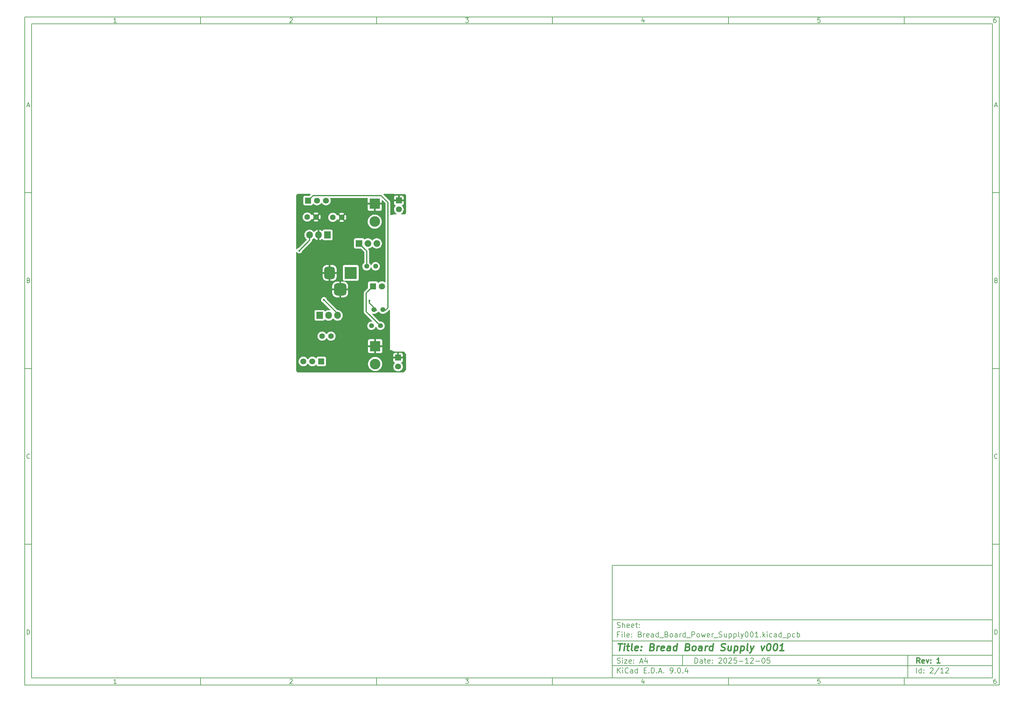
<source format=gbr>
%TF.GenerationSoftware,KiCad,Pcbnew,9.0.4*%
%TF.CreationDate,2025-12-05T21:51:25+03:30*%
%TF.ProjectId,Bread_Board_Power_Supply001,42726561-645f-4426-9f61-72645f506f77,1*%
%TF.SameCoordinates,Original*%
%TF.FileFunction,Copper,L2,Bot*%
%TF.FilePolarity,Positive*%
%FSLAX46Y46*%
G04 Gerber Fmt 4.6, Leading zero omitted, Abs format (unit mm)*
G04 Created by KiCad (PCBNEW 9.0.4) date 2025-12-05 21:51:25*
%MOMM*%
%LPD*%
G01*
G04 APERTURE LIST*
G04 Aperture macros list*
%AMRoundRect*
0 Rectangle with rounded corners*
0 $1 Rounding radius*
0 $2 $3 $4 $5 $6 $7 $8 $9 X,Y pos of 4 corners*
0 Add a 4 corners polygon primitive as box body*
4,1,4,$2,$3,$4,$5,$6,$7,$8,$9,$2,$3,0*
0 Add four circle primitives for the rounded corners*
1,1,$1+$1,$2,$3*
1,1,$1+$1,$4,$5*
1,1,$1+$1,$6,$7*
1,1,$1+$1,$8,$9*
0 Add four rect primitives between the rounded corners*
20,1,$1+$1,$2,$3,$4,$5,0*
20,1,$1+$1,$4,$5,$6,$7,0*
20,1,$1+$1,$6,$7,$8,$9,0*
20,1,$1+$1,$8,$9,$2,$3,0*%
G04 Aperture macros list end*
%ADD10C,0.100000*%
%ADD11C,0.150000*%
%ADD12C,0.300000*%
%ADD13C,0.400000*%
%TA.AperFunction,ComponentPad*%
%ADD14C,1.400000*%
%TD*%
%TA.AperFunction,ComponentPad*%
%ADD15R,1.700000X1.700000*%
%TD*%
%TA.AperFunction,ComponentPad*%
%ADD16C,1.700000*%
%TD*%
%TA.AperFunction,ComponentPad*%
%ADD17R,3.000000X3.000000*%
%TD*%
%TA.AperFunction,ComponentPad*%
%ADD18C,3.000000*%
%TD*%
%TA.AperFunction,ComponentPad*%
%ADD19R,1.905000X2.000000*%
%TD*%
%TA.AperFunction,ComponentPad*%
%ADD20O,1.905000X2.000000*%
%TD*%
%TA.AperFunction,ComponentPad*%
%ADD21R,3.500000X3.500000*%
%TD*%
%TA.AperFunction,ComponentPad*%
%ADD22RoundRect,0.750000X-0.750000X-1.000000X0.750000X-1.000000X0.750000X1.000000X-0.750000X1.000000X0*%
%TD*%
%TA.AperFunction,ComponentPad*%
%ADD23RoundRect,0.875000X-0.875000X-0.875000X0.875000X-0.875000X0.875000X0.875000X-0.875000X0.875000X0*%
%TD*%
%TA.AperFunction,ComponentPad*%
%ADD24C,1.600000*%
%TD*%
%TA.AperFunction,ComponentPad*%
%ADD25R,1.900000X1.900000*%
%TD*%
%TA.AperFunction,ComponentPad*%
%ADD26C,1.900000*%
%TD*%
%TA.AperFunction,ComponentPad*%
%ADD27R,1.800000X1.800000*%
%TD*%
%TA.AperFunction,ComponentPad*%
%ADD28C,1.800000*%
%TD*%
%TA.AperFunction,ViaPad*%
%ADD29C,0.600000*%
%TD*%
%TA.AperFunction,Conductor*%
%ADD30C,0.350000*%
%TD*%
G04 APERTURE END LIST*
D10*
D11*
X177002200Y-166007200D02*
X285002200Y-166007200D01*
X285002200Y-198007200D01*
X177002200Y-198007200D01*
X177002200Y-166007200D01*
D10*
D11*
X10000000Y-10000000D02*
X287002200Y-10000000D01*
X287002200Y-200007200D01*
X10000000Y-200007200D01*
X10000000Y-10000000D01*
D10*
D11*
X12000000Y-12000000D02*
X285002200Y-12000000D01*
X285002200Y-198007200D01*
X12000000Y-198007200D01*
X12000000Y-12000000D01*
D10*
D11*
X60000000Y-12000000D02*
X60000000Y-10000000D01*
D10*
D11*
X110000000Y-12000000D02*
X110000000Y-10000000D01*
D10*
D11*
X160000000Y-12000000D02*
X160000000Y-10000000D01*
D10*
D11*
X210000000Y-12000000D02*
X210000000Y-10000000D01*
D10*
D11*
X260000000Y-12000000D02*
X260000000Y-10000000D01*
D10*
D11*
X36089160Y-11593604D02*
X35346303Y-11593604D01*
X35717731Y-11593604D02*
X35717731Y-10293604D01*
X35717731Y-10293604D02*
X35593922Y-10479319D01*
X35593922Y-10479319D02*
X35470112Y-10603128D01*
X35470112Y-10603128D02*
X35346303Y-10665033D01*
D10*
D11*
X85346303Y-10417414D02*
X85408207Y-10355509D01*
X85408207Y-10355509D02*
X85532017Y-10293604D01*
X85532017Y-10293604D02*
X85841541Y-10293604D01*
X85841541Y-10293604D02*
X85965350Y-10355509D01*
X85965350Y-10355509D02*
X86027255Y-10417414D01*
X86027255Y-10417414D02*
X86089160Y-10541223D01*
X86089160Y-10541223D02*
X86089160Y-10665033D01*
X86089160Y-10665033D02*
X86027255Y-10850747D01*
X86027255Y-10850747D02*
X85284398Y-11593604D01*
X85284398Y-11593604D02*
X86089160Y-11593604D01*
D10*
D11*
X135284398Y-10293604D02*
X136089160Y-10293604D01*
X136089160Y-10293604D02*
X135655826Y-10788842D01*
X135655826Y-10788842D02*
X135841541Y-10788842D01*
X135841541Y-10788842D02*
X135965350Y-10850747D01*
X135965350Y-10850747D02*
X136027255Y-10912652D01*
X136027255Y-10912652D02*
X136089160Y-11036461D01*
X136089160Y-11036461D02*
X136089160Y-11345985D01*
X136089160Y-11345985D02*
X136027255Y-11469795D01*
X136027255Y-11469795D02*
X135965350Y-11531700D01*
X135965350Y-11531700D02*
X135841541Y-11593604D01*
X135841541Y-11593604D02*
X135470112Y-11593604D01*
X135470112Y-11593604D02*
X135346303Y-11531700D01*
X135346303Y-11531700D02*
X135284398Y-11469795D01*
D10*
D11*
X185965350Y-10726938D02*
X185965350Y-11593604D01*
X185655826Y-10231700D02*
X185346303Y-11160271D01*
X185346303Y-11160271D02*
X186151064Y-11160271D01*
D10*
D11*
X236027255Y-10293604D02*
X235408207Y-10293604D01*
X235408207Y-10293604D02*
X235346303Y-10912652D01*
X235346303Y-10912652D02*
X235408207Y-10850747D01*
X235408207Y-10850747D02*
X235532017Y-10788842D01*
X235532017Y-10788842D02*
X235841541Y-10788842D01*
X235841541Y-10788842D02*
X235965350Y-10850747D01*
X235965350Y-10850747D02*
X236027255Y-10912652D01*
X236027255Y-10912652D02*
X236089160Y-11036461D01*
X236089160Y-11036461D02*
X236089160Y-11345985D01*
X236089160Y-11345985D02*
X236027255Y-11469795D01*
X236027255Y-11469795D02*
X235965350Y-11531700D01*
X235965350Y-11531700D02*
X235841541Y-11593604D01*
X235841541Y-11593604D02*
X235532017Y-11593604D01*
X235532017Y-11593604D02*
X235408207Y-11531700D01*
X235408207Y-11531700D02*
X235346303Y-11469795D01*
D10*
D11*
X285965350Y-10293604D02*
X285717731Y-10293604D01*
X285717731Y-10293604D02*
X285593922Y-10355509D01*
X285593922Y-10355509D02*
X285532017Y-10417414D01*
X285532017Y-10417414D02*
X285408207Y-10603128D01*
X285408207Y-10603128D02*
X285346303Y-10850747D01*
X285346303Y-10850747D02*
X285346303Y-11345985D01*
X285346303Y-11345985D02*
X285408207Y-11469795D01*
X285408207Y-11469795D02*
X285470112Y-11531700D01*
X285470112Y-11531700D02*
X285593922Y-11593604D01*
X285593922Y-11593604D02*
X285841541Y-11593604D01*
X285841541Y-11593604D02*
X285965350Y-11531700D01*
X285965350Y-11531700D02*
X286027255Y-11469795D01*
X286027255Y-11469795D02*
X286089160Y-11345985D01*
X286089160Y-11345985D02*
X286089160Y-11036461D01*
X286089160Y-11036461D02*
X286027255Y-10912652D01*
X286027255Y-10912652D02*
X285965350Y-10850747D01*
X285965350Y-10850747D02*
X285841541Y-10788842D01*
X285841541Y-10788842D02*
X285593922Y-10788842D01*
X285593922Y-10788842D02*
X285470112Y-10850747D01*
X285470112Y-10850747D02*
X285408207Y-10912652D01*
X285408207Y-10912652D02*
X285346303Y-11036461D01*
D10*
D11*
X60000000Y-198007200D02*
X60000000Y-200007200D01*
D10*
D11*
X110000000Y-198007200D02*
X110000000Y-200007200D01*
D10*
D11*
X160000000Y-198007200D02*
X160000000Y-200007200D01*
D10*
D11*
X210000000Y-198007200D02*
X210000000Y-200007200D01*
D10*
D11*
X260000000Y-198007200D02*
X260000000Y-200007200D01*
D10*
D11*
X36089160Y-199600804D02*
X35346303Y-199600804D01*
X35717731Y-199600804D02*
X35717731Y-198300804D01*
X35717731Y-198300804D02*
X35593922Y-198486519D01*
X35593922Y-198486519D02*
X35470112Y-198610328D01*
X35470112Y-198610328D02*
X35346303Y-198672233D01*
D10*
D11*
X85346303Y-198424614D02*
X85408207Y-198362709D01*
X85408207Y-198362709D02*
X85532017Y-198300804D01*
X85532017Y-198300804D02*
X85841541Y-198300804D01*
X85841541Y-198300804D02*
X85965350Y-198362709D01*
X85965350Y-198362709D02*
X86027255Y-198424614D01*
X86027255Y-198424614D02*
X86089160Y-198548423D01*
X86089160Y-198548423D02*
X86089160Y-198672233D01*
X86089160Y-198672233D02*
X86027255Y-198857947D01*
X86027255Y-198857947D02*
X85284398Y-199600804D01*
X85284398Y-199600804D02*
X86089160Y-199600804D01*
D10*
D11*
X135284398Y-198300804D02*
X136089160Y-198300804D01*
X136089160Y-198300804D02*
X135655826Y-198796042D01*
X135655826Y-198796042D02*
X135841541Y-198796042D01*
X135841541Y-198796042D02*
X135965350Y-198857947D01*
X135965350Y-198857947D02*
X136027255Y-198919852D01*
X136027255Y-198919852D02*
X136089160Y-199043661D01*
X136089160Y-199043661D02*
X136089160Y-199353185D01*
X136089160Y-199353185D02*
X136027255Y-199476995D01*
X136027255Y-199476995D02*
X135965350Y-199538900D01*
X135965350Y-199538900D02*
X135841541Y-199600804D01*
X135841541Y-199600804D02*
X135470112Y-199600804D01*
X135470112Y-199600804D02*
X135346303Y-199538900D01*
X135346303Y-199538900D02*
X135284398Y-199476995D01*
D10*
D11*
X185965350Y-198734138D02*
X185965350Y-199600804D01*
X185655826Y-198238900D02*
X185346303Y-199167471D01*
X185346303Y-199167471D02*
X186151064Y-199167471D01*
D10*
D11*
X236027255Y-198300804D02*
X235408207Y-198300804D01*
X235408207Y-198300804D02*
X235346303Y-198919852D01*
X235346303Y-198919852D02*
X235408207Y-198857947D01*
X235408207Y-198857947D02*
X235532017Y-198796042D01*
X235532017Y-198796042D02*
X235841541Y-198796042D01*
X235841541Y-198796042D02*
X235965350Y-198857947D01*
X235965350Y-198857947D02*
X236027255Y-198919852D01*
X236027255Y-198919852D02*
X236089160Y-199043661D01*
X236089160Y-199043661D02*
X236089160Y-199353185D01*
X236089160Y-199353185D02*
X236027255Y-199476995D01*
X236027255Y-199476995D02*
X235965350Y-199538900D01*
X235965350Y-199538900D02*
X235841541Y-199600804D01*
X235841541Y-199600804D02*
X235532017Y-199600804D01*
X235532017Y-199600804D02*
X235408207Y-199538900D01*
X235408207Y-199538900D02*
X235346303Y-199476995D01*
D10*
D11*
X285965350Y-198300804D02*
X285717731Y-198300804D01*
X285717731Y-198300804D02*
X285593922Y-198362709D01*
X285593922Y-198362709D02*
X285532017Y-198424614D01*
X285532017Y-198424614D02*
X285408207Y-198610328D01*
X285408207Y-198610328D02*
X285346303Y-198857947D01*
X285346303Y-198857947D02*
X285346303Y-199353185D01*
X285346303Y-199353185D02*
X285408207Y-199476995D01*
X285408207Y-199476995D02*
X285470112Y-199538900D01*
X285470112Y-199538900D02*
X285593922Y-199600804D01*
X285593922Y-199600804D02*
X285841541Y-199600804D01*
X285841541Y-199600804D02*
X285965350Y-199538900D01*
X285965350Y-199538900D02*
X286027255Y-199476995D01*
X286027255Y-199476995D02*
X286089160Y-199353185D01*
X286089160Y-199353185D02*
X286089160Y-199043661D01*
X286089160Y-199043661D02*
X286027255Y-198919852D01*
X286027255Y-198919852D02*
X285965350Y-198857947D01*
X285965350Y-198857947D02*
X285841541Y-198796042D01*
X285841541Y-198796042D02*
X285593922Y-198796042D01*
X285593922Y-198796042D02*
X285470112Y-198857947D01*
X285470112Y-198857947D02*
X285408207Y-198919852D01*
X285408207Y-198919852D02*
X285346303Y-199043661D01*
D10*
D11*
X10000000Y-60000000D02*
X12000000Y-60000000D01*
D10*
D11*
X10000000Y-110000000D02*
X12000000Y-110000000D01*
D10*
D11*
X10000000Y-160000000D02*
X12000000Y-160000000D01*
D10*
D11*
X10690476Y-35222176D02*
X11309523Y-35222176D01*
X10566666Y-35593604D02*
X10999999Y-34293604D01*
X10999999Y-34293604D02*
X11433333Y-35593604D01*
D10*
D11*
X11092857Y-84912652D02*
X11278571Y-84974557D01*
X11278571Y-84974557D02*
X11340476Y-85036461D01*
X11340476Y-85036461D02*
X11402380Y-85160271D01*
X11402380Y-85160271D02*
X11402380Y-85345985D01*
X11402380Y-85345985D02*
X11340476Y-85469795D01*
X11340476Y-85469795D02*
X11278571Y-85531700D01*
X11278571Y-85531700D02*
X11154761Y-85593604D01*
X11154761Y-85593604D02*
X10659523Y-85593604D01*
X10659523Y-85593604D02*
X10659523Y-84293604D01*
X10659523Y-84293604D02*
X11092857Y-84293604D01*
X11092857Y-84293604D02*
X11216666Y-84355509D01*
X11216666Y-84355509D02*
X11278571Y-84417414D01*
X11278571Y-84417414D02*
X11340476Y-84541223D01*
X11340476Y-84541223D02*
X11340476Y-84665033D01*
X11340476Y-84665033D02*
X11278571Y-84788842D01*
X11278571Y-84788842D02*
X11216666Y-84850747D01*
X11216666Y-84850747D02*
X11092857Y-84912652D01*
X11092857Y-84912652D02*
X10659523Y-84912652D01*
D10*
D11*
X11402380Y-135469795D02*
X11340476Y-135531700D01*
X11340476Y-135531700D02*
X11154761Y-135593604D01*
X11154761Y-135593604D02*
X11030952Y-135593604D01*
X11030952Y-135593604D02*
X10845238Y-135531700D01*
X10845238Y-135531700D02*
X10721428Y-135407890D01*
X10721428Y-135407890D02*
X10659523Y-135284080D01*
X10659523Y-135284080D02*
X10597619Y-135036461D01*
X10597619Y-135036461D02*
X10597619Y-134850747D01*
X10597619Y-134850747D02*
X10659523Y-134603128D01*
X10659523Y-134603128D02*
X10721428Y-134479319D01*
X10721428Y-134479319D02*
X10845238Y-134355509D01*
X10845238Y-134355509D02*
X11030952Y-134293604D01*
X11030952Y-134293604D02*
X11154761Y-134293604D01*
X11154761Y-134293604D02*
X11340476Y-134355509D01*
X11340476Y-134355509D02*
X11402380Y-134417414D01*
D10*
D11*
X10659523Y-185593604D02*
X10659523Y-184293604D01*
X10659523Y-184293604D02*
X10969047Y-184293604D01*
X10969047Y-184293604D02*
X11154761Y-184355509D01*
X11154761Y-184355509D02*
X11278571Y-184479319D01*
X11278571Y-184479319D02*
X11340476Y-184603128D01*
X11340476Y-184603128D02*
X11402380Y-184850747D01*
X11402380Y-184850747D02*
X11402380Y-185036461D01*
X11402380Y-185036461D02*
X11340476Y-185284080D01*
X11340476Y-185284080D02*
X11278571Y-185407890D01*
X11278571Y-185407890D02*
X11154761Y-185531700D01*
X11154761Y-185531700D02*
X10969047Y-185593604D01*
X10969047Y-185593604D02*
X10659523Y-185593604D01*
D10*
D11*
X287002200Y-60000000D02*
X285002200Y-60000000D01*
D10*
D11*
X287002200Y-110000000D02*
X285002200Y-110000000D01*
D10*
D11*
X287002200Y-160000000D02*
X285002200Y-160000000D01*
D10*
D11*
X285692676Y-35222176D02*
X286311723Y-35222176D01*
X285568866Y-35593604D02*
X286002199Y-34293604D01*
X286002199Y-34293604D02*
X286435533Y-35593604D01*
D10*
D11*
X286095057Y-84912652D02*
X286280771Y-84974557D01*
X286280771Y-84974557D02*
X286342676Y-85036461D01*
X286342676Y-85036461D02*
X286404580Y-85160271D01*
X286404580Y-85160271D02*
X286404580Y-85345985D01*
X286404580Y-85345985D02*
X286342676Y-85469795D01*
X286342676Y-85469795D02*
X286280771Y-85531700D01*
X286280771Y-85531700D02*
X286156961Y-85593604D01*
X286156961Y-85593604D02*
X285661723Y-85593604D01*
X285661723Y-85593604D02*
X285661723Y-84293604D01*
X285661723Y-84293604D02*
X286095057Y-84293604D01*
X286095057Y-84293604D02*
X286218866Y-84355509D01*
X286218866Y-84355509D02*
X286280771Y-84417414D01*
X286280771Y-84417414D02*
X286342676Y-84541223D01*
X286342676Y-84541223D02*
X286342676Y-84665033D01*
X286342676Y-84665033D02*
X286280771Y-84788842D01*
X286280771Y-84788842D02*
X286218866Y-84850747D01*
X286218866Y-84850747D02*
X286095057Y-84912652D01*
X286095057Y-84912652D02*
X285661723Y-84912652D01*
D10*
D11*
X286404580Y-135469795D02*
X286342676Y-135531700D01*
X286342676Y-135531700D02*
X286156961Y-135593604D01*
X286156961Y-135593604D02*
X286033152Y-135593604D01*
X286033152Y-135593604D02*
X285847438Y-135531700D01*
X285847438Y-135531700D02*
X285723628Y-135407890D01*
X285723628Y-135407890D02*
X285661723Y-135284080D01*
X285661723Y-135284080D02*
X285599819Y-135036461D01*
X285599819Y-135036461D02*
X285599819Y-134850747D01*
X285599819Y-134850747D02*
X285661723Y-134603128D01*
X285661723Y-134603128D02*
X285723628Y-134479319D01*
X285723628Y-134479319D02*
X285847438Y-134355509D01*
X285847438Y-134355509D02*
X286033152Y-134293604D01*
X286033152Y-134293604D02*
X286156961Y-134293604D01*
X286156961Y-134293604D02*
X286342676Y-134355509D01*
X286342676Y-134355509D02*
X286404580Y-134417414D01*
D10*
D11*
X285661723Y-185593604D02*
X285661723Y-184293604D01*
X285661723Y-184293604D02*
X285971247Y-184293604D01*
X285971247Y-184293604D02*
X286156961Y-184355509D01*
X286156961Y-184355509D02*
X286280771Y-184479319D01*
X286280771Y-184479319D02*
X286342676Y-184603128D01*
X286342676Y-184603128D02*
X286404580Y-184850747D01*
X286404580Y-184850747D02*
X286404580Y-185036461D01*
X286404580Y-185036461D02*
X286342676Y-185284080D01*
X286342676Y-185284080D02*
X286280771Y-185407890D01*
X286280771Y-185407890D02*
X286156961Y-185531700D01*
X286156961Y-185531700D02*
X285971247Y-185593604D01*
X285971247Y-185593604D02*
X285661723Y-185593604D01*
D10*
D11*
X200458026Y-193793328D02*
X200458026Y-192293328D01*
X200458026Y-192293328D02*
X200815169Y-192293328D01*
X200815169Y-192293328D02*
X201029455Y-192364757D01*
X201029455Y-192364757D02*
X201172312Y-192507614D01*
X201172312Y-192507614D02*
X201243741Y-192650471D01*
X201243741Y-192650471D02*
X201315169Y-192936185D01*
X201315169Y-192936185D02*
X201315169Y-193150471D01*
X201315169Y-193150471D02*
X201243741Y-193436185D01*
X201243741Y-193436185D02*
X201172312Y-193579042D01*
X201172312Y-193579042D02*
X201029455Y-193721900D01*
X201029455Y-193721900D02*
X200815169Y-193793328D01*
X200815169Y-193793328D02*
X200458026Y-193793328D01*
X202600884Y-193793328D02*
X202600884Y-193007614D01*
X202600884Y-193007614D02*
X202529455Y-192864757D01*
X202529455Y-192864757D02*
X202386598Y-192793328D01*
X202386598Y-192793328D02*
X202100884Y-192793328D01*
X202100884Y-192793328D02*
X201958026Y-192864757D01*
X202600884Y-193721900D02*
X202458026Y-193793328D01*
X202458026Y-193793328D02*
X202100884Y-193793328D01*
X202100884Y-193793328D02*
X201958026Y-193721900D01*
X201958026Y-193721900D02*
X201886598Y-193579042D01*
X201886598Y-193579042D02*
X201886598Y-193436185D01*
X201886598Y-193436185D02*
X201958026Y-193293328D01*
X201958026Y-193293328D02*
X202100884Y-193221900D01*
X202100884Y-193221900D02*
X202458026Y-193221900D01*
X202458026Y-193221900D02*
X202600884Y-193150471D01*
X203100884Y-192793328D02*
X203672312Y-192793328D01*
X203315169Y-192293328D02*
X203315169Y-193579042D01*
X203315169Y-193579042D02*
X203386598Y-193721900D01*
X203386598Y-193721900D02*
X203529455Y-193793328D01*
X203529455Y-193793328D02*
X203672312Y-193793328D01*
X204743741Y-193721900D02*
X204600884Y-193793328D01*
X204600884Y-193793328D02*
X204315170Y-193793328D01*
X204315170Y-193793328D02*
X204172312Y-193721900D01*
X204172312Y-193721900D02*
X204100884Y-193579042D01*
X204100884Y-193579042D02*
X204100884Y-193007614D01*
X204100884Y-193007614D02*
X204172312Y-192864757D01*
X204172312Y-192864757D02*
X204315170Y-192793328D01*
X204315170Y-192793328D02*
X204600884Y-192793328D01*
X204600884Y-192793328D02*
X204743741Y-192864757D01*
X204743741Y-192864757D02*
X204815170Y-193007614D01*
X204815170Y-193007614D02*
X204815170Y-193150471D01*
X204815170Y-193150471D02*
X204100884Y-193293328D01*
X205458026Y-193650471D02*
X205529455Y-193721900D01*
X205529455Y-193721900D02*
X205458026Y-193793328D01*
X205458026Y-193793328D02*
X205386598Y-193721900D01*
X205386598Y-193721900D02*
X205458026Y-193650471D01*
X205458026Y-193650471D02*
X205458026Y-193793328D01*
X205458026Y-192864757D02*
X205529455Y-192936185D01*
X205529455Y-192936185D02*
X205458026Y-193007614D01*
X205458026Y-193007614D02*
X205386598Y-192936185D01*
X205386598Y-192936185D02*
X205458026Y-192864757D01*
X205458026Y-192864757D02*
X205458026Y-193007614D01*
X207243741Y-192436185D02*
X207315169Y-192364757D01*
X207315169Y-192364757D02*
X207458027Y-192293328D01*
X207458027Y-192293328D02*
X207815169Y-192293328D01*
X207815169Y-192293328D02*
X207958027Y-192364757D01*
X207958027Y-192364757D02*
X208029455Y-192436185D01*
X208029455Y-192436185D02*
X208100884Y-192579042D01*
X208100884Y-192579042D02*
X208100884Y-192721900D01*
X208100884Y-192721900D02*
X208029455Y-192936185D01*
X208029455Y-192936185D02*
X207172312Y-193793328D01*
X207172312Y-193793328D02*
X208100884Y-193793328D01*
X209029455Y-192293328D02*
X209172312Y-192293328D01*
X209172312Y-192293328D02*
X209315169Y-192364757D01*
X209315169Y-192364757D02*
X209386598Y-192436185D01*
X209386598Y-192436185D02*
X209458026Y-192579042D01*
X209458026Y-192579042D02*
X209529455Y-192864757D01*
X209529455Y-192864757D02*
X209529455Y-193221900D01*
X209529455Y-193221900D02*
X209458026Y-193507614D01*
X209458026Y-193507614D02*
X209386598Y-193650471D01*
X209386598Y-193650471D02*
X209315169Y-193721900D01*
X209315169Y-193721900D02*
X209172312Y-193793328D01*
X209172312Y-193793328D02*
X209029455Y-193793328D01*
X209029455Y-193793328D02*
X208886598Y-193721900D01*
X208886598Y-193721900D02*
X208815169Y-193650471D01*
X208815169Y-193650471D02*
X208743740Y-193507614D01*
X208743740Y-193507614D02*
X208672312Y-193221900D01*
X208672312Y-193221900D02*
X208672312Y-192864757D01*
X208672312Y-192864757D02*
X208743740Y-192579042D01*
X208743740Y-192579042D02*
X208815169Y-192436185D01*
X208815169Y-192436185D02*
X208886598Y-192364757D01*
X208886598Y-192364757D02*
X209029455Y-192293328D01*
X210100883Y-192436185D02*
X210172311Y-192364757D01*
X210172311Y-192364757D02*
X210315169Y-192293328D01*
X210315169Y-192293328D02*
X210672311Y-192293328D01*
X210672311Y-192293328D02*
X210815169Y-192364757D01*
X210815169Y-192364757D02*
X210886597Y-192436185D01*
X210886597Y-192436185D02*
X210958026Y-192579042D01*
X210958026Y-192579042D02*
X210958026Y-192721900D01*
X210958026Y-192721900D02*
X210886597Y-192936185D01*
X210886597Y-192936185D02*
X210029454Y-193793328D01*
X210029454Y-193793328D02*
X210958026Y-193793328D01*
X212315168Y-192293328D02*
X211600882Y-192293328D01*
X211600882Y-192293328D02*
X211529454Y-193007614D01*
X211529454Y-193007614D02*
X211600882Y-192936185D01*
X211600882Y-192936185D02*
X211743740Y-192864757D01*
X211743740Y-192864757D02*
X212100882Y-192864757D01*
X212100882Y-192864757D02*
X212243740Y-192936185D01*
X212243740Y-192936185D02*
X212315168Y-193007614D01*
X212315168Y-193007614D02*
X212386597Y-193150471D01*
X212386597Y-193150471D02*
X212386597Y-193507614D01*
X212386597Y-193507614D02*
X212315168Y-193650471D01*
X212315168Y-193650471D02*
X212243740Y-193721900D01*
X212243740Y-193721900D02*
X212100882Y-193793328D01*
X212100882Y-193793328D02*
X211743740Y-193793328D01*
X211743740Y-193793328D02*
X211600882Y-193721900D01*
X211600882Y-193721900D02*
X211529454Y-193650471D01*
X213029453Y-193221900D02*
X214172311Y-193221900D01*
X215672311Y-193793328D02*
X214815168Y-193793328D01*
X215243739Y-193793328D02*
X215243739Y-192293328D01*
X215243739Y-192293328D02*
X215100882Y-192507614D01*
X215100882Y-192507614D02*
X214958025Y-192650471D01*
X214958025Y-192650471D02*
X214815168Y-192721900D01*
X216243739Y-192436185D02*
X216315167Y-192364757D01*
X216315167Y-192364757D02*
X216458025Y-192293328D01*
X216458025Y-192293328D02*
X216815167Y-192293328D01*
X216815167Y-192293328D02*
X216958025Y-192364757D01*
X216958025Y-192364757D02*
X217029453Y-192436185D01*
X217029453Y-192436185D02*
X217100882Y-192579042D01*
X217100882Y-192579042D02*
X217100882Y-192721900D01*
X217100882Y-192721900D02*
X217029453Y-192936185D01*
X217029453Y-192936185D02*
X216172310Y-193793328D01*
X216172310Y-193793328D02*
X217100882Y-193793328D01*
X217743738Y-193221900D02*
X218886596Y-193221900D01*
X219886596Y-192293328D02*
X220029453Y-192293328D01*
X220029453Y-192293328D02*
X220172310Y-192364757D01*
X220172310Y-192364757D02*
X220243739Y-192436185D01*
X220243739Y-192436185D02*
X220315167Y-192579042D01*
X220315167Y-192579042D02*
X220386596Y-192864757D01*
X220386596Y-192864757D02*
X220386596Y-193221900D01*
X220386596Y-193221900D02*
X220315167Y-193507614D01*
X220315167Y-193507614D02*
X220243739Y-193650471D01*
X220243739Y-193650471D02*
X220172310Y-193721900D01*
X220172310Y-193721900D02*
X220029453Y-193793328D01*
X220029453Y-193793328D02*
X219886596Y-193793328D01*
X219886596Y-193793328D02*
X219743739Y-193721900D01*
X219743739Y-193721900D02*
X219672310Y-193650471D01*
X219672310Y-193650471D02*
X219600881Y-193507614D01*
X219600881Y-193507614D02*
X219529453Y-193221900D01*
X219529453Y-193221900D02*
X219529453Y-192864757D01*
X219529453Y-192864757D02*
X219600881Y-192579042D01*
X219600881Y-192579042D02*
X219672310Y-192436185D01*
X219672310Y-192436185D02*
X219743739Y-192364757D01*
X219743739Y-192364757D02*
X219886596Y-192293328D01*
X221743738Y-192293328D02*
X221029452Y-192293328D01*
X221029452Y-192293328D02*
X220958024Y-193007614D01*
X220958024Y-193007614D02*
X221029452Y-192936185D01*
X221029452Y-192936185D02*
X221172310Y-192864757D01*
X221172310Y-192864757D02*
X221529452Y-192864757D01*
X221529452Y-192864757D02*
X221672310Y-192936185D01*
X221672310Y-192936185D02*
X221743738Y-193007614D01*
X221743738Y-193007614D02*
X221815167Y-193150471D01*
X221815167Y-193150471D02*
X221815167Y-193507614D01*
X221815167Y-193507614D02*
X221743738Y-193650471D01*
X221743738Y-193650471D02*
X221672310Y-193721900D01*
X221672310Y-193721900D02*
X221529452Y-193793328D01*
X221529452Y-193793328D02*
X221172310Y-193793328D01*
X221172310Y-193793328D02*
X221029452Y-193721900D01*
X221029452Y-193721900D02*
X220958024Y-193650471D01*
D10*
D11*
X177002200Y-194507200D02*
X285002200Y-194507200D01*
D10*
D11*
X178458026Y-196593328D02*
X178458026Y-195093328D01*
X179315169Y-196593328D02*
X178672312Y-195736185D01*
X179315169Y-195093328D02*
X178458026Y-195950471D01*
X179958026Y-196593328D02*
X179958026Y-195593328D01*
X179958026Y-195093328D02*
X179886598Y-195164757D01*
X179886598Y-195164757D02*
X179958026Y-195236185D01*
X179958026Y-195236185D02*
X180029455Y-195164757D01*
X180029455Y-195164757D02*
X179958026Y-195093328D01*
X179958026Y-195093328D02*
X179958026Y-195236185D01*
X181529455Y-196450471D02*
X181458027Y-196521900D01*
X181458027Y-196521900D02*
X181243741Y-196593328D01*
X181243741Y-196593328D02*
X181100884Y-196593328D01*
X181100884Y-196593328D02*
X180886598Y-196521900D01*
X180886598Y-196521900D02*
X180743741Y-196379042D01*
X180743741Y-196379042D02*
X180672312Y-196236185D01*
X180672312Y-196236185D02*
X180600884Y-195950471D01*
X180600884Y-195950471D02*
X180600884Y-195736185D01*
X180600884Y-195736185D02*
X180672312Y-195450471D01*
X180672312Y-195450471D02*
X180743741Y-195307614D01*
X180743741Y-195307614D02*
X180886598Y-195164757D01*
X180886598Y-195164757D02*
X181100884Y-195093328D01*
X181100884Y-195093328D02*
X181243741Y-195093328D01*
X181243741Y-195093328D02*
X181458027Y-195164757D01*
X181458027Y-195164757D02*
X181529455Y-195236185D01*
X182815170Y-196593328D02*
X182815170Y-195807614D01*
X182815170Y-195807614D02*
X182743741Y-195664757D01*
X182743741Y-195664757D02*
X182600884Y-195593328D01*
X182600884Y-195593328D02*
X182315170Y-195593328D01*
X182315170Y-195593328D02*
X182172312Y-195664757D01*
X182815170Y-196521900D02*
X182672312Y-196593328D01*
X182672312Y-196593328D02*
X182315170Y-196593328D01*
X182315170Y-196593328D02*
X182172312Y-196521900D01*
X182172312Y-196521900D02*
X182100884Y-196379042D01*
X182100884Y-196379042D02*
X182100884Y-196236185D01*
X182100884Y-196236185D02*
X182172312Y-196093328D01*
X182172312Y-196093328D02*
X182315170Y-196021900D01*
X182315170Y-196021900D02*
X182672312Y-196021900D01*
X182672312Y-196021900D02*
X182815170Y-195950471D01*
X184172313Y-196593328D02*
X184172313Y-195093328D01*
X184172313Y-196521900D02*
X184029455Y-196593328D01*
X184029455Y-196593328D02*
X183743741Y-196593328D01*
X183743741Y-196593328D02*
X183600884Y-196521900D01*
X183600884Y-196521900D02*
X183529455Y-196450471D01*
X183529455Y-196450471D02*
X183458027Y-196307614D01*
X183458027Y-196307614D02*
X183458027Y-195879042D01*
X183458027Y-195879042D02*
X183529455Y-195736185D01*
X183529455Y-195736185D02*
X183600884Y-195664757D01*
X183600884Y-195664757D02*
X183743741Y-195593328D01*
X183743741Y-195593328D02*
X184029455Y-195593328D01*
X184029455Y-195593328D02*
X184172313Y-195664757D01*
X186029455Y-195807614D02*
X186529455Y-195807614D01*
X186743741Y-196593328D02*
X186029455Y-196593328D01*
X186029455Y-196593328D02*
X186029455Y-195093328D01*
X186029455Y-195093328D02*
X186743741Y-195093328D01*
X187386598Y-196450471D02*
X187458027Y-196521900D01*
X187458027Y-196521900D02*
X187386598Y-196593328D01*
X187386598Y-196593328D02*
X187315170Y-196521900D01*
X187315170Y-196521900D02*
X187386598Y-196450471D01*
X187386598Y-196450471D02*
X187386598Y-196593328D01*
X188100884Y-196593328D02*
X188100884Y-195093328D01*
X188100884Y-195093328D02*
X188458027Y-195093328D01*
X188458027Y-195093328D02*
X188672313Y-195164757D01*
X188672313Y-195164757D02*
X188815170Y-195307614D01*
X188815170Y-195307614D02*
X188886599Y-195450471D01*
X188886599Y-195450471D02*
X188958027Y-195736185D01*
X188958027Y-195736185D02*
X188958027Y-195950471D01*
X188958027Y-195950471D02*
X188886599Y-196236185D01*
X188886599Y-196236185D02*
X188815170Y-196379042D01*
X188815170Y-196379042D02*
X188672313Y-196521900D01*
X188672313Y-196521900D02*
X188458027Y-196593328D01*
X188458027Y-196593328D02*
X188100884Y-196593328D01*
X189600884Y-196450471D02*
X189672313Y-196521900D01*
X189672313Y-196521900D02*
X189600884Y-196593328D01*
X189600884Y-196593328D02*
X189529456Y-196521900D01*
X189529456Y-196521900D02*
X189600884Y-196450471D01*
X189600884Y-196450471D02*
X189600884Y-196593328D01*
X190243742Y-196164757D02*
X190958028Y-196164757D01*
X190100885Y-196593328D02*
X190600885Y-195093328D01*
X190600885Y-195093328D02*
X191100885Y-196593328D01*
X191600884Y-196450471D02*
X191672313Y-196521900D01*
X191672313Y-196521900D02*
X191600884Y-196593328D01*
X191600884Y-196593328D02*
X191529456Y-196521900D01*
X191529456Y-196521900D02*
X191600884Y-196450471D01*
X191600884Y-196450471D02*
X191600884Y-196593328D01*
X193529456Y-196593328D02*
X193815170Y-196593328D01*
X193815170Y-196593328D02*
X193958027Y-196521900D01*
X193958027Y-196521900D02*
X194029456Y-196450471D01*
X194029456Y-196450471D02*
X194172313Y-196236185D01*
X194172313Y-196236185D02*
X194243742Y-195950471D01*
X194243742Y-195950471D02*
X194243742Y-195379042D01*
X194243742Y-195379042D02*
X194172313Y-195236185D01*
X194172313Y-195236185D02*
X194100885Y-195164757D01*
X194100885Y-195164757D02*
X193958027Y-195093328D01*
X193958027Y-195093328D02*
X193672313Y-195093328D01*
X193672313Y-195093328D02*
X193529456Y-195164757D01*
X193529456Y-195164757D02*
X193458027Y-195236185D01*
X193458027Y-195236185D02*
X193386599Y-195379042D01*
X193386599Y-195379042D02*
X193386599Y-195736185D01*
X193386599Y-195736185D02*
X193458027Y-195879042D01*
X193458027Y-195879042D02*
X193529456Y-195950471D01*
X193529456Y-195950471D02*
X193672313Y-196021900D01*
X193672313Y-196021900D02*
X193958027Y-196021900D01*
X193958027Y-196021900D02*
X194100885Y-195950471D01*
X194100885Y-195950471D02*
X194172313Y-195879042D01*
X194172313Y-195879042D02*
X194243742Y-195736185D01*
X194886598Y-196450471D02*
X194958027Y-196521900D01*
X194958027Y-196521900D02*
X194886598Y-196593328D01*
X194886598Y-196593328D02*
X194815170Y-196521900D01*
X194815170Y-196521900D02*
X194886598Y-196450471D01*
X194886598Y-196450471D02*
X194886598Y-196593328D01*
X195886599Y-195093328D02*
X196029456Y-195093328D01*
X196029456Y-195093328D02*
X196172313Y-195164757D01*
X196172313Y-195164757D02*
X196243742Y-195236185D01*
X196243742Y-195236185D02*
X196315170Y-195379042D01*
X196315170Y-195379042D02*
X196386599Y-195664757D01*
X196386599Y-195664757D02*
X196386599Y-196021900D01*
X196386599Y-196021900D02*
X196315170Y-196307614D01*
X196315170Y-196307614D02*
X196243742Y-196450471D01*
X196243742Y-196450471D02*
X196172313Y-196521900D01*
X196172313Y-196521900D02*
X196029456Y-196593328D01*
X196029456Y-196593328D02*
X195886599Y-196593328D01*
X195886599Y-196593328D02*
X195743742Y-196521900D01*
X195743742Y-196521900D02*
X195672313Y-196450471D01*
X195672313Y-196450471D02*
X195600884Y-196307614D01*
X195600884Y-196307614D02*
X195529456Y-196021900D01*
X195529456Y-196021900D02*
X195529456Y-195664757D01*
X195529456Y-195664757D02*
X195600884Y-195379042D01*
X195600884Y-195379042D02*
X195672313Y-195236185D01*
X195672313Y-195236185D02*
X195743742Y-195164757D01*
X195743742Y-195164757D02*
X195886599Y-195093328D01*
X197029455Y-196450471D02*
X197100884Y-196521900D01*
X197100884Y-196521900D02*
X197029455Y-196593328D01*
X197029455Y-196593328D02*
X196958027Y-196521900D01*
X196958027Y-196521900D02*
X197029455Y-196450471D01*
X197029455Y-196450471D02*
X197029455Y-196593328D01*
X198386599Y-195593328D02*
X198386599Y-196593328D01*
X198029456Y-195021900D02*
X197672313Y-196093328D01*
X197672313Y-196093328D02*
X198600884Y-196093328D01*
D10*
D11*
X177002200Y-191507200D02*
X285002200Y-191507200D01*
D10*
D12*
X264413853Y-193785528D02*
X263913853Y-193071242D01*
X263556710Y-193785528D02*
X263556710Y-192285528D01*
X263556710Y-192285528D02*
X264128139Y-192285528D01*
X264128139Y-192285528D02*
X264270996Y-192356957D01*
X264270996Y-192356957D02*
X264342425Y-192428385D01*
X264342425Y-192428385D02*
X264413853Y-192571242D01*
X264413853Y-192571242D02*
X264413853Y-192785528D01*
X264413853Y-192785528D02*
X264342425Y-192928385D01*
X264342425Y-192928385D02*
X264270996Y-192999814D01*
X264270996Y-192999814D02*
X264128139Y-193071242D01*
X264128139Y-193071242D02*
X263556710Y-193071242D01*
X265628139Y-193714100D02*
X265485282Y-193785528D01*
X265485282Y-193785528D02*
X265199568Y-193785528D01*
X265199568Y-193785528D02*
X265056710Y-193714100D01*
X265056710Y-193714100D02*
X264985282Y-193571242D01*
X264985282Y-193571242D02*
X264985282Y-192999814D01*
X264985282Y-192999814D02*
X265056710Y-192856957D01*
X265056710Y-192856957D02*
X265199568Y-192785528D01*
X265199568Y-192785528D02*
X265485282Y-192785528D01*
X265485282Y-192785528D02*
X265628139Y-192856957D01*
X265628139Y-192856957D02*
X265699568Y-192999814D01*
X265699568Y-192999814D02*
X265699568Y-193142671D01*
X265699568Y-193142671D02*
X264985282Y-193285528D01*
X266199567Y-192785528D02*
X266556710Y-193785528D01*
X266556710Y-193785528D02*
X266913853Y-192785528D01*
X267485281Y-193642671D02*
X267556710Y-193714100D01*
X267556710Y-193714100D02*
X267485281Y-193785528D01*
X267485281Y-193785528D02*
X267413853Y-193714100D01*
X267413853Y-193714100D02*
X267485281Y-193642671D01*
X267485281Y-193642671D02*
X267485281Y-193785528D01*
X267485281Y-192856957D02*
X267556710Y-192928385D01*
X267556710Y-192928385D02*
X267485281Y-192999814D01*
X267485281Y-192999814D02*
X267413853Y-192928385D01*
X267413853Y-192928385D02*
X267485281Y-192856957D01*
X267485281Y-192856957D02*
X267485281Y-192999814D01*
X270128139Y-193785528D02*
X269270996Y-193785528D01*
X269699567Y-193785528D02*
X269699567Y-192285528D01*
X269699567Y-192285528D02*
X269556710Y-192499814D01*
X269556710Y-192499814D02*
X269413853Y-192642671D01*
X269413853Y-192642671D02*
X269270996Y-192714100D01*
D10*
D11*
X178386598Y-193721900D02*
X178600884Y-193793328D01*
X178600884Y-193793328D02*
X178958026Y-193793328D01*
X178958026Y-193793328D02*
X179100884Y-193721900D01*
X179100884Y-193721900D02*
X179172312Y-193650471D01*
X179172312Y-193650471D02*
X179243741Y-193507614D01*
X179243741Y-193507614D02*
X179243741Y-193364757D01*
X179243741Y-193364757D02*
X179172312Y-193221900D01*
X179172312Y-193221900D02*
X179100884Y-193150471D01*
X179100884Y-193150471D02*
X178958026Y-193079042D01*
X178958026Y-193079042D02*
X178672312Y-193007614D01*
X178672312Y-193007614D02*
X178529455Y-192936185D01*
X178529455Y-192936185D02*
X178458026Y-192864757D01*
X178458026Y-192864757D02*
X178386598Y-192721900D01*
X178386598Y-192721900D02*
X178386598Y-192579042D01*
X178386598Y-192579042D02*
X178458026Y-192436185D01*
X178458026Y-192436185D02*
X178529455Y-192364757D01*
X178529455Y-192364757D02*
X178672312Y-192293328D01*
X178672312Y-192293328D02*
X179029455Y-192293328D01*
X179029455Y-192293328D02*
X179243741Y-192364757D01*
X179886597Y-193793328D02*
X179886597Y-192793328D01*
X179886597Y-192293328D02*
X179815169Y-192364757D01*
X179815169Y-192364757D02*
X179886597Y-192436185D01*
X179886597Y-192436185D02*
X179958026Y-192364757D01*
X179958026Y-192364757D02*
X179886597Y-192293328D01*
X179886597Y-192293328D02*
X179886597Y-192436185D01*
X180458026Y-192793328D02*
X181243741Y-192793328D01*
X181243741Y-192793328D02*
X180458026Y-193793328D01*
X180458026Y-193793328D02*
X181243741Y-193793328D01*
X182386598Y-193721900D02*
X182243741Y-193793328D01*
X182243741Y-193793328D02*
X181958027Y-193793328D01*
X181958027Y-193793328D02*
X181815169Y-193721900D01*
X181815169Y-193721900D02*
X181743741Y-193579042D01*
X181743741Y-193579042D02*
X181743741Y-193007614D01*
X181743741Y-193007614D02*
X181815169Y-192864757D01*
X181815169Y-192864757D02*
X181958027Y-192793328D01*
X181958027Y-192793328D02*
X182243741Y-192793328D01*
X182243741Y-192793328D02*
X182386598Y-192864757D01*
X182386598Y-192864757D02*
X182458027Y-193007614D01*
X182458027Y-193007614D02*
X182458027Y-193150471D01*
X182458027Y-193150471D02*
X181743741Y-193293328D01*
X183100883Y-193650471D02*
X183172312Y-193721900D01*
X183172312Y-193721900D02*
X183100883Y-193793328D01*
X183100883Y-193793328D02*
X183029455Y-193721900D01*
X183029455Y-193721900D02*
X183100883Y-193650471D01*
X183100883Y-193650471D02*
X183100883Y-193793328D01*
X183100883Y-192864757D02*
X183172312Y-192936185D01*
X183172312Y-192936185D02*
X183100883Y-193007614D01*
X183100883Y-193007614D02*
X183029455Y-192936185D01*
X183029455Y-192936185D02*
X183100883Y-192864757D01*
X183100883Y-192864757D02*
X183100883Y-193007614D01*
X184886598Y-193364757D02*
X185600884Y-193364757D01*
X184743741Y-193793328D02*
X185243741Y-192293328D01*
X185243741Y-192293328D02*
X185743741Y-193793328D01*
X186886598Y-192793328D02*
X186886598Y-193793328D01*
X186529455Y-192221900D02*
X186172312Y-193293328D01*
X186172312Y-193293328D02*
X187100883Y-193293328D01*
D10*
D11*
X263458026Y-196593328D02*
X263458026Y-195093328D01*
X264815170Y-196593328D02*
X264815170Y-195093328D01*
X264815170Y-196521900D02*
X264672312Y-196593328D01*
X264672312Y-196593328D02*
X264386598Y-196593328D01*
X264386598Y-196593328D02*
X264243741Y-196521900D01*
X264243741Y-196521900D02*
X264172312Y-196450471D01*
X264172312Y-196450471D02*
X264100884Y-196307614D01*
X264100884Y-196307614D02*
X264100884Y-195879042D01*
X264100884Y-195879042D02*
X264172312Y-195736185D01*
X264172312Y-195736185D02*
X264243741Y-195664757D01*
X264243741Y-195664757D02*
X264386598Y-195593328D01*
X264386598Y-195593328D02*
X264672312Y-195593328D01*
X264672312Y-195593328D02*
X264815170Y-195664757D01*
X265529455Y-196450471D02*
X265600884Y-196521900D01*
X265600884Y-196521900D02*
X265529455Y-196593328D01*
X265529455Y-196593328D02*
X265458027Y-196521900D01*
X265458027Y-196521900D02*
X265529455Y-196450471D01*
X265529455Y-196450471D02*
X265529455Y-196593328D01*
X265529455Y-195664757D02*
X265600884Y-195736185D01*
X265600884Y-195736185D02*
X265529455Y-195807614D01*
X265529455Y-195807614D02*
X265458027Y-195736185D01*
X265458027Y-195736185D02*
X265529455Y-195664757D01*
X265529455Y-195664757D02*
X265529455Y-195807614D01*
X267315170Y-195236185D02*
X267386598Y-195164757D01*
X267386598Y-195164757D02*
X267529456Y-195093328D01*
X267529456Y-195093328D02*
X267886598Y-195093328D01*
X267886598Y-195093328D02*
X268029456Y-195164757D01*
X268029456Y-195164757D02*
X268100884Y-195236185D01*
X268100884Y-195236185D02*
X268172313Y-195379042D01*
X268172313Y-195379042D02*
X268172313Y-195521900D01*
X268172313Y-195521900D02*
X268100884Y-195736185D01*
X268100884Y-195736185D02*
X267243741Y-196593328D01*
X267243741Y-196593328D02*
X268172313Y-196593328D01*
X269886598Y-195021900D02*
X268600884Y-196950471D01*
X271172313Y-196593328D02*
X270315170Y-196593328D01*
X270743741Y-196593328D02*
X270743741Y-195093328D01*
X270743741Y-195093328D02*
X270600884Y-195307614D01*
X270600884Y-195307614D02*
X270458027Y-195450471D01*
X270458027Y-195450471D02*
X270315170Y-195521900D01*
X271743741Y-195236185D02*
X271815169Y-195164757D01*
X271815169Y-195164757D02*
X271958027Y-195093328D01*
X271958027Y-195093328D02*
X272315169Y-195093328D01*
X272315169Y-195093328D02*
X272458027Y-195164757D01*
X272458027Y-195164757D02*
X272529455Y-195236185D01*
X272529455Y-195236185D02*
X272600884Y-195379042D01*
X272600884Y-195379042D02*
X272600884Y-195521900D01*
X272600884Y-195521900D02*
X272529455Y-195736185D01*
X272529455Y-195736185D02*
X271672312Y-196593328D01*
X271672312Y-196593328D02*
X272600884Y-196593328D01*
D10*
D11*
X177002200Y-187507200D02*
X285002200Y-187507200D01*
D10*
D13*
X178693928Y-188211638D02*
X179836785Y-188211638D01*
X179015357Y-190211638D02*
X179265357Y-188211638D01*
X180253452Y-190211638D02*
X180420119Y-188878304D01*
X180503452Y-188211638D02*
X180396309Y-188306876D01*
X180396309Y-188306876D02*
X180479643Y-188402114D01*
X180479643Y-188402114D02*
X180586786Y-188306876D01*
X180586786Y-188306876D02*
X180503452Y-188211638D01*
X180503452Y-188211638D02*
X180479643Y-188402114D01*
X181086786Y-188878304D02*
X181848690Y-188878304D01*
X181455833Y-188211638D02*
X181241548Y-189925923D01*
X181241548Y-189925923D02*
X181312976Y-190116400D01*
X181312976Y-190116400D02*
X181491548Y-190211638D01*
X181491548Y-190211638D02*
X181682024Y-190211638D01*
X182634405Y-190211638D02*
X182455833Y-190116400D01*
X182455833Y-190116400D02*
X182384405Y-189925923D01*
X182384405Y-189925923D02*
X182598690Y-188211638D01*
X184170119Y-190116400D02*
X183967738Y-190211638D01*
X183967738Y-190211638D02*
X183586785Y-190211638D01*
X183586785Y-190211638D02*
X183408214Y-190116400D01*
X183408214Y-190116400D02*
X183336785Y-189925923D01*
X183336785Y-189925923D02*
X183432024Y-189164019D01*
X183432024Y-189164019D02*
X183551071Y-188973542D01*
X183551071Y-188973542D02*
X183753452Y-188878304D01*
X183753452Y-188878304D02*
X184134404Y-188878304D01*
X184134404Y-188878304D02*
X184312976Y-188973542D01*
X184312976Y-188973542D02*
X184384404Y-189164019D01*
X184384404Y-189164019D02*
X184360595Y-189354495D01*
X184360595Y-189354495D02*
X183384404Y-189544971D01*
X185134405Y-190021161D02*
X185217738Y-190116400D01*
X185217738Y-190116400D02*
X185110595Y-190211638D01*
X185110595Y-190211638D02*
X185027262Y-190116400D01*
X185027262Y-190116400D02*
X185134405Y-190021161D01*
X185134405Y-190021161D02*
X185110595Y-190211638D01*
X185265357Y-188973542D02*
X185348690Y-189068780D01*
X185348690Y-189068780D02*
X185241548Y-189164019D01*
X185241548Y-189164019D02*
X185158214Y-189068780D01*
X185158214Y-189068780D02*
X185265357Y-188973542D01*
X185265357Y-188973542D02*
X185241548Y-189164019D01*
X188384405Y-189164019D02*
X188658215Y-189259257D01*
X188658215Y-189259257D02*
X188741548Y-189354495D01*
X188741548Y-189354495D02*
X188812977Y-189544971D01*
X188812977Y-189544971D02*
X188777262Y-189830685D01*
X188777262Y-189830685D02*
X188658215Y-190021161D01*
X188658215Y-190021161D02*
X188551072Y-190116400D01*
X188551072Y-190116400D02*
X188348691Y-190211638D01*
X188348691Y-190211638D02*
X187586786Y-190211638D01*
X187586786Y-190211638D02*
X187836786Y-188211638D01*
X187836786Y-188211638D02*
X188503453Y-188211638D01*
X188503453Y-188211638D02*
X188682024Y-188306876D01*
X188682024Y-188306876D02*
X188765358Y-188402114D01*
X188765358Y-188402114D02*
X188836786Y-188592590D01*
X188836786Y-188592590D02*
X188812977Y-188783066D01*
X188812977Y-188783066D02*
X188693929Y-188973542D01*
X188693929Y-188973542D02*
X188586786Y-189068780D01*
X188586786Y-189068780D02*
X188384405Y-189164019D01*
X188384405Y-189164019D02*
X187717739Y-189164019D01*
X189586786Y-190211638D02*
X189753453Y-188878304D01*
X189705834Y-189259257D02*
X189824881Y-189068780D01*
X189824881Y-189068780D02*
X189932024Y-188973542D01*
X189932024Y-188973542D02*
X190134405Y-188878304D01*
X190134405Y-188878304D02*
X190324881Y-188878304D01*
X191598691Y-190116400D02*
X191396310Y-190211638D01*
X191396310Y-190211638D02*
X191015357Y-190211638D01*
X191015357Y-190211638D02*
X190836786Y-190116400D01*
X190836786Y-190116400D02*
X190765357Y-189925923D01*
X190765357Y-189925923D02*
X190860596Y-189164019D01*
X190860596Y-189164019D02*
X190979643Y-188973542D01*
X190979643Y-188973542D02*
X191182024Y-188878304D01*
X191182024Y-188878304D02*
X191562976Y-188878304D01*
X191562976Y-188878304D02*
X191741548Y-188973542D01*
X191741548Y-188973542D02*
X191812976Y-189164019D01*
X191812976Y-189164019D02*
X191789167Y-189354495D01*
X191789167Y-189354495D02*
X190812976Y-189544971D01*
X193396310Y-190211638D02*
X193527262Y-189164019D01*
X193527262Y-189164019D02*
X193455834Y-188973542D01*
X193455834Y-188973542D02*
X193277262Y-188878304D01*
X193277262Y-188878304D02*
X192896310Y-188878304D01*
X192896310Y-188878304D02*
X192693929Y-188973542D01*
X193408215Y-190116400D02*
X193205834Y-190211638D01*
X193205834Y-190211638D02*
X192729643Y-190211638D01*
X192729643Y-190211638D02*
X192551072Y-190116400D01*
X192551072Y-190116400D02*
X192479643Y-189925923D01*
X192479643Y-189925923D02*
X192503453Y-189735447D01*
X192503453Y-189735447D02*
X192622501Y-189544971D01*
X192622501Y-189544971D02*
X192824882Y-189449733D01*
X192824882Y-189449733D02*
X193301072Y-189449733D01*
X193301072Y-189449733D02*
X193503453Y-189354495D01*
X195205834Y-190211638D02*
X195455834Y-188211638D01*
X195217739Y-190116400D02*
X195015358Y-190211638D01*
X195015358Y-190211638D02*
X194634406Y-190211638D01*
X194634406Y-190211638D02*
X194455834Y-190116400D01*
X194455834Y-190116400D02*
X194372501Y-190021161D01*
X194372501Y-190021161D02*
X194301072Y-189830685D01*
X194301072Y-189830685D02*
X194372501Y-189259257D01*
X194372501Y-189259257D02*
X194491548Y-189068780D01*
X194491548Y-189068780D02*
X194598691Y-188973542D01*
X194598691Y-188973542D02*
X194801072Y-188878304D01*
X194801072Y-188878304D02*
X195182025Y-188878304D01*
X195182025Y-188878304D02*
X195360596Y-188973542D01*
X198479644Y-189164019D02*
X198753454Y-189259257D01*
X198753454Y-189259257D02*
X198836787Y-189354495D01*
X198836787Y-189354495D02*
X198908216Y-189544971D01*
X198908216Y-189544971D02*
X198872501Y-189830685D01*
X198872501Y-189830685D02*
X198753454Y-190021161D01*
X198753454Y-190021161D02*
X198646311Y-190116400D01*
X198646311Y-190116400D02*
X198443930Y-190211638D01*
X198443930Y-190211638D02*
X197682025Y-190211638D01*
X197682025Y-190211638D02*
X197932025Y-188211638D01*
X197932025Y-188211638D02*
X198598692Y-188211638D01*
X198598692Y-188211638D02*
X198777263Y-188306876D01*
X198777263Y-188306876D02*
X198860597Y-188402114D01*
X198860597Y-188402114D02*
X198932025Y-188592590D01*
X198932025Y-188592590D02*
X198908216Y-188783066D01*
X198908216Y-188783066D02*
X198789168Y-188973542D01*
X198789168Y-188973542D02*
X198682025Y-189068780D01*
X198682025Y-189068780D02*
X198479644Y-189164019D01*
X198479644Y-189164019D02*
X197812978Y-189164019D01*
X199967740Y-190211638D02*
X199789168Y-190116400D01*
X199789168Y-190116400D02*
X199705835Y-190021161D01*
X199705835Y-190021161D02*
X199634406Y-189830685D01*
X199634406Y-189830685D02*
X199705835Y-189259257D01*
X199705835Y-189259257D02*
X199824882Y-189068780D01*
X199824882Y-189068780D02*
X199932025Y-188973542D01*
X199932025Y-188973542D02*
X200134406Y-188878304D01*
X200134406Y-188878304D02*
X200420120Y-188878304D01*
X200420120Y-188878304D02*
X200598692Y-188973542D01*
X200598692Y-188973542D02*
X200682025Y-189068780D01*
X200682025Y-189068780D02*
X200753454Y-189259257D01*
X200753454Y-189259257D02*
X200682025Y-189830685D01*
X200682025Y-189830685D02*
X200562978Y-190021161D01*
X200562978Y-190021161D02*
X200455835Y-190116400D01*
X200455835Y-190116400D02*
X200253454Y-190211638D01*
X200253454Y-190211638D02*
X199967740Y-190211638D01*
X202348692Y-190211638D02*
X202479644Y-189164019D01*
X202479644Y-189164019D02*
X202408216Y-188973542D01*
X202408216Y-188973542D02*
X202229644Y-188878304D01*
X202229644Y-188878304D02*
X201848692Y-188878304D01*
X201848692Y-188878304D02*
X201646311Y-188973542D01*
X202360597Y-190116400D02*
X202158216Y-190211638D01*
X202158216Y-190211638D02*
X201682025Y-190211638D01*
X201682025Y-190211638D02*
X201503454Y-190116400D01*
X201503454Y-190116400D02*
X201432025Y-189925923D01*
X201432025Y-189925923D02*
X201455835Y-189735447D01*
X201455835Y-189735447D02*
X201574883Y-189544971D01*
X201574883Y-189544971D02*
X201777264Y-189449733D01*
X201777264Y-189449733D02*
X202253454Y-189449733D01*
X202253454Y-189449733D02*
X202455835Y-189354495D01*
X203301073Y-190211638D02*
X203467740Y-188878304D01*
X203420121Y-189259257D02*
X203539168Y-189068780D01*
X203539168Y-189068780D02*
X203646311Y-188973542D01*
X203646311Y-188973542D02*
X203848692Y-188878304D01*
X203848692Y-188878304D02*
X204039168Y-188878304D01*
X205396311Y-190211638D02*
X205646311Y-188211638D01*
X205408216Y-190116400D02*
X205205835Y-190211638D01*
X205205835Y-190211638D02*
X204824883Y-190211638D01*
X204824883Y-190211638D02*
X204646311Y-190116400D01*
X204646311Y-190116400D02*
X204562978Y-190021161D01*
X204562978Y-190021161D02*
X204491549Y-189830685D01*
X204491549Y-189830685D02*
X204562978Y-189259257D01*
X204562978Y-189259257D02*
X204682025Y-189068780D01*
X204682025Y-189068780D02*
X204789168Y-188973542D01*
X204789168Y-188973542D02*
X204991549Y-188878304D01*
X204991549Y-188878304D02*
X205372502Y-188878304D01*
X205372502Y-188878304D02*
X205551073Y-188973542D01*
X207789169Y-190116400D02*
X208062978Y-190211638D01*
X208062978Y-190211638D02*
X208539169Y-190211638D01*
X208539169Y-190211638D02*
X208741550Y-190116400D01*
X208741550Y-190116400D02*
X208848693Y-190021161D01*
X208848693Y-190021161D02*
X208967740Y-189830685D01*
X208967740Y-189830685D02*
X208991550Y-189640209D01*
X208991550Y-189640209D02*
X208920121Y-189449733D01*
X208920121Y-189449733D02*
X208836788Y-189354495D01*
X208836788Y-189354495D02*
X208658217Y-189259257D01*
X208658217Y-189259257D02*
X208289169Y-189164019D01*
X208289169Y-189164019D02*
X208110597Y-189068780D01*
X208110597Y-189068780D02*
X208027264Y-188973542D01*
X208027264Y-188973542D02*
X207955836Y-188783066D01*
X207955836Y-188783066D02*
X207979645Y-188592590D01*
X207979645Y-188592590D02*
X208098693Y-188402114D01*
X208098693Y-188402114D02*
X208205836Y-188306876D01*
X208205836Y-188306876D02*
X208408217Y-188211638D01*
X208408217Y-188211638D02*
X208884407Y-188211638D01*
X208884407Y-188211638D02*
X209158217Y-188306876D01*
X210801074Y-188878304D02*
X210634407Y-190211638D01*
X209943931Y-188878304D02*
X209812979Y-189925923D01*
X209812979Y-189925923D02*
X209884407Y-190116400D01*
X209884407Y-190116400D02*
X210062979Y-190211638D01*
X210062979Y-190211638D02*
X210348693Y-190211638D01*
X210348693Y-190211638D02*
X210551074Y-190116400D01*
X210551074Y-190116400D02*
X210658217Y-190021161D01*
X211753455Y-188878304D02*
X211503455Y-190878304D01*
X211741550Y-188973542D02*
X211943931Y-188878304D01*
X211943931Y-188878304D02*
X212324883Y-188878304D01*
X212324883Y-188878304D02*
X212503455Y-188973542D01*
X212503455Y-188973542D02*
X212586788Y-189068780D01*
X212586788Y-189068780D02*
X212658217Y-189259257D01*
X212658217Y-189259257D02*
X212586788Y-189830685D01*
X212586788Y-189830685D02*
X212467741Y-190021161D01*
X212467741Y-190021161D02*
X212360598Y-190116400D01*
X212360598Y-190116400D02*
X212158217Y-190211638D01*
X212158217Y-190211638D02*
X211777264Y-190211638D01*
X211777264Y-190211638D02*
X211598693Y-190116400D01*
X213562979Y-188878304D02*
X213312979Y-190878304D01*
X213551074Y-188973542D02*
X213753455Y-188878304D01*
X213753455Y-188878304D02*
X214134407Y-188878304D01*
X214134407Y-188878304D02*
X214312979Y-188973542D01*
X214312979Y-188973542D02*
X214396312Y-189068780D01*
X214396312Y-189068780D02*
X214467741Y-189259257D01*
X214467741Y-189259257D02*
X214396312Y-189830685D01*
X214396312Y-189830685D02*
X214277265Y-190021161D01*
X214277265Y-190021161D02*
X214170122Y-190116400D01*
X214170122Y-190116400D02*
X213967741Y-190211638D01*
X213967741Y-190211638D02*
X213586788Y-190211638D01*
X213586788Y-190211638D02*
X213408217Y-190116400D01*
X215491551Y-190211638D02*
X215312979Y-190116400D01*
X215312979Y-190116400D02*
X215241551Y-189925923D01*
X215241551Y-189925923D02*
X215455836Y-188211638D01*
X216229646Y-188878304D02*
X216539170Y-190211638D01*
X217182027Y-188878304D02*
X216539170Y-190211638D01*
X216539170Y-190211638D02*
X216289170Y-190687828D01*
X216289170Y-190687828D02*
X216182027Y-190783066D01*
X216182027Y-190783066D02*
X215979646Y-190878304D01*
X219277266Y-188878304D02*
X219586790Y-190211638D01*
X219586790Y-190211638D02*
X220229647Y-188878304D01*
X221455838Y-188211638D02*
X221646314Y-188211638D01*
X221646314Y-188211638D02*
X221824885Y-188306876D01*
X221824885Y-188306876D02*
X221908219Y-188402114D01*
X221908219Y-188402114D02*
X221979647Y-188592590D01*
X221979647Y-188592590D02*
X222027266Y-188973542D01*
X222027266Y-188973542D02*
X221967742Y-189449733D01*
X221967742Y-189449733D02*
X221824885Y-189830685D01*
X221824885Y-189830685D02*
X221705838Y-190021161D01*
X221705838Y-190021161D02*
X221598695Y-190116400D01*
X221598695Y-190116400D02*
X221396314Y-190211638D01*
X221396314Y-190211638D02*
X221205838Y-190211638D01*
X221205838Y-190211638D02*
X221027266Y-190116400D01*
X221027266Y-190116400D02*
X220943933Y-190021161D01*
X220943933Y-190021161D02*
X220872504Y-189830685D01*
X220872504Y-189830685D02*
X220824885Y-189449733D01*
X220824885Y-189449733D02*
X220884409Y-188973542D01*
X220884409Y-188973542D02*
X221027266Y-188592590D01*
X221027266Y-188592590D02*
X221146314Y-188402114D01*
X221146314Y-188402114D02*
X221253457Y-188306876D01*
X221253457Y-188306876D02*
X221455838Y-188211638D01*
X223360600Y-188211638D02*
X223551076Y-188211638D01*
X223551076Y-188211638D02*
X223729647Y-188306876D01*
X223729647Y-188306876D02*
X223812981Y-188402114D01*
X223812981Y-188402114D02*
X223884409Y-188592590D01*
X223884409Y-188592590D02*
X223932028Y-188973542D01*
X223932028Y-188973542D02*
X223872504Y-189449733D01*
X223872504Y-189449733D02*
X223729647Y-189830685D01*
X223729647Y-189830685D02*
X223610600Y-190021161D01*
X223610600Y-190021161D02*
X223503457Y-190116400D01*
X223503457Y-190116400D02*
X223301076Y-190211638D01*
X223301076Y-190211638D02*
X223110600Y-190211638D01*
X223110600Y-190211638D02*
X222932028Y-190116400D01*
X222932028Y-190116400D02*
X222848695Y-190021161D01*
X222848695Y-190021161D02*
X222777266Y-189830685D01*
X222777266Y-189830685D02*
X222729647Y-189449733D01*
X222729647Y-189449733D02*
X222789171Y-188973542D01*
X222789171Y-188973542D02*
X222932028Y-188592590D01*
X222932028Y-188592590D02*
X223051076Y-188402114D01*
X223051076Y-188402114D02*
X223158219Y-188306876D01*
X223158219Y-188306876D02*
X223360600Y-188211638D01*
X225682028Y-190211638D02*
X224539171Y-190211638D01*
X225110600Y-190211638D02*
X225360600Y-188211638D01*
X225360600Y-188211638D02*
X225134409Y-188497352D01*
X225134409Y-188497352D02*
X224920124Y-188687828D01*
X224920124Y-188687828D02*
X224717743Y-188783066D01*
D10*
D11*
X178958026Y-185607614D02*
X178458026Y-185607614D01*
X178458026Y-186393328D02*
X178458026Y-184893328D01*
X178458026Y-184893328D02*
X179172312Y-184893328D01*
X179743740Y-186393328D02*
X179743740Y-185393328D01*
X179743740Y-184893328D02*
X179672312Y-184964757D01*
X179672312Y-184964757D02*
X179743740Y-185036185D01*
X179743740Y-185036185D02*
X179815169Y-184964757D01*
X179815169Y-184964757D02*
X179743740Y-184893328D01*
X179743740Y-184893328D02*
X179743740Y-185036185D01*
X180672312Y-186393328D02*
X180529455Y-186321900D01*
X180529455Y-186321900D02*
X180458026Y-186179042D01*
X180458026Y-186179042D02*
X180458026Y-184893328D01*
X181815169Y-186321900D02*
X181672312Y-186393328D01*
X181672312Y-186393328D02*
X181386598Y-186393328D01*
X181386598Y-186393328D02*
X181243740Y-186321900D01*
X181243740Y-186321900D02*
X181172312Y-186179042D01*
X181172312Y-186179042D02*
X181172312Y-185607614D01*
X181172312Y-185607614D02*
X181243740Y-185464757D01*
X181243740Y-185464757D02*
X181386598Y-185393328D01*
X181386598Y-185393328D02*
X181672312Y-185393328D01*
X181672312Y-185393328D02*
X181815169Y-185464757D01*
X181815169Y-185464757D02*
X181886598Y-185607614D01*
X181886598Y-185607614D02*
X181886598Y-185750471D01*
X181886598Y-185750471D02*
X181172312Y-185893328D01*
X182529454Y-186250471D02*
X182600883Y-186321900D01*
X182600883Y-186321900D02*
X182529454Y-186393328D01*
X182529454Y-186393328D02*
X182458026Y-186321900D01*
X182458026Y-186321900D02*
X182529454Y-186250471D01*
X182529454Y-186250471D02*
X182529454Y-186393328D01*
X182529454Y-185464757D02*
X182600883Y-185536185D01*
X182600883Y-185536185D02*
X182529454Y-185607614D01*
X182529454Y-185607614D02*
X182458026Y-185536185D01*
X182458026Y-185536185D02*
X182529454Y-185464757D01*
X182529454Y-185464757D02*
X182529454Y-185607614D01*
X184886597Y-185607614D02*
X185100883Y-185679042D01*
X185100883Y-185679042D02*
X185172312Y-185750471D01*
X185172312Y-185750471D02*
X185243740Y-185893328D01*
X185243740Y-185893328D02*
X185243740Y-186107614D01*
X185243740Y-186107614D02*
X185172312Y-186250471D01*
X185172312Y-186250471D02*
X185100883Y-186321900D01*
X185100883Y-186321900D02*
X184958026Y-186393328D01*
X184958026Y-186393328D02*
X184386597Y-186393328D01*
X184386597Y-186393328D02*
X184386597Y-184893328D01*
X184386597Y-184893328D02*
X184886597Y-184893328D01*
X184886597Y-184893328D02*
X185029455Y-184964757D01*
X185029455Y-184964757D02*
X185100883Y-185036185D01*
X185100883Y-185036185D02*
X185172312Y-185179042D01*
X185172312Y-185179042D02*
X185172312Y-185321900D01*
X185172312Y-185321900D02*
X185100883Y-185464757D01*
X185100883Y-185464757D02*
X185029455Y-185536185D01*
X185029455Y-185536185D02*
X184886597Y-185607614D01*
X184886597Y-185607614D02*
X184386597Y-185607614D01*
X185886597Y-186393328D02*
X185886597Y-185393328D01*
X185886597Y-185679042D02*
X185958026Y-185536185D01*
X185958026Y-185536185D02*
X186029455Y-185464757D01*
X186029455Y-185464757D02*
X186172312Y-185393328D01*
X186172312Y-185393328D02*
X186315169Y-185393328D01*
X187386597Y-186321900D02*
X187243740Y-186393328D01*
X187243740Y-186393328D02*
X186958026Y-186393328D01*
X186958026Y-186393328D02*
X186815168Y-186321900D01*
X186815168Y-186321900D02*
X186743740Y-186179042D01*
X186743740Y-186179042D02*
X186743740Y-185607614D01*
X186743740Y-185607614D02*
X186815168Y-185464757D01*
X186815168Y-185464757D02*
X186958026Y-185393328D01*
X186958026Y-185393328D02*
X187243740Y-185393328D01*
X187243740Y-185393328D02*
X187386597Y-185464757D01*
X187386597Y-185464757D02*
X187458026Y-185607614D01*
X187458026Y-185607614D02*
X187458026Y-185750471D01*
X187458026Y-185750471D02*
X186743740Y-185893328D01*
X188743740Y-186393328D02*
X188743740Y-185607614D01*
X188743740Y-185607614D02*
X188672311Y-185464757D01*
X188672311Y-185464757D02*
X188529454Y-185393328D01*
X188529454Y-185393328D02*
X188243740Y-185393328D01*
X188243740Y-185393328D02*
X188100882Y-185464757D01*
X188743740Y-186321900D02*
X188600882Y-186393328D01*
X188600882Y-186393328D02*
X188243740Y-186393328D01*
X188243740Y-186393328D02*
X188100882Y-186321900D01*
X188100882Y-186321900D02*
X188029454Y-186179042D01*
X188029454Y-186179042D02*
X188029454Y-186036185D01*
X188029454Y-186036185D02*
X188100882Y-185893328D01*
X188100882Y-185893328D02*
X188243740Y-185821900D01*
X188243740Y-185821900D02*
X188600882Y-185821900D01*
X188600882Y-185821900D02*
X188743740Y-185750471D01*
X190100883Y-186393328D02*
X190100883Y-184893328D01*
X190100883Y-186321900D02*
X189958025Y-186393328D01*
X189958025Y-186393328D02*
X189672311Y-186393328D01*
X189672311Y-186393328D02*
X189529454Y-186321900D01*
X189529454Y-186321900D02*
X189458025Y-186250471D01*
X189458025Y-186250471D02*
X189386597Y-186107614D01*
X189386597Y-186107614D02*
X189386597Y-185679042D01*
X189386597Y-185679042D02*
X189458025Y-185536185D01*
X189458025Y-185536185D02*
X189529454Y-185464757D01*
X189529454Y-185464757D02*
X189672311Y-185393328D01*
X189672311Y-185393328D02*
X189958025Y-185393328D01*
X189958025Y-185393328D02*
X190100883Y-185464757D01*
X190458026Y-186536185D02*
X191600883Y-186536185D01*
X192458025Y-185607614D02*
X192672311Y-185679042D01*
X192672311Y-185679042D02*
X192743740Y-185750471D01*
X192743740Y-185750471D02*
X192815168Y-185893328D01*
X192815168Y-185893328D02*
X192815168Y-186107614D01*
X192815168Y-186107614D02*
X192743740Y-186250471D01*
X192743740Y-186250471D02*
X192672311Y-186321900D01*
X192672311Y-186321900D02*
X192529454Y-186393328D01*
X192529454Y-186393328D02*
X191958025Y-186393328D01*
X191958025Y-186393328D02*
X191958025Y-184893328D01*
X191958025Y-184893328D02*
X192458025Y-184893328D01*
X192458025Y-184893328D02*
X192600883Y-184964757D01*
X192600883Y-184964757D02*
X192672311Y-185036185D01*
X192672311Y-185036185D02*
X192743740Y-185179042D01*
X192743740Y-185179042D02*
X192743740Y-185321900D01*
X192743740Y-185321900D02*
X192672311Y-185464757D01*
X192672311Y-185464757D02*
X192600883Y-185536185D01*
X192600883Y-185536185D02*
X192458025Y-185607614D01*
X192458025Y-185607614D02*
X191958025Y-185607614D01*
X193672311Y-186393328D02*
X193529454Y-186321900D01*
X193529454Y-186321900D02*
X193458025Y-186250471D01*
X193458025Y-186250471D02*
X193386597Y-186107614D01*
X193386597Y-186107614D02*
X193386597Y-185679042D01*
X193386597Y-185679042D02*
X193458025Y-185536185D01*
X193458025Y-185536185D02*
X193529454Y-185464757D01*
X193529454Y-185464757D02*
X193672311Y-185393328D01*
X193672311Y-185393328D02*
X193886597Y-185393328D01*
X193886597Y-185393328D02*
X194029454Y-185464757D01*
X194029454Y-185464757D02*
X194100883Y-185536185D01*
X194100883Y-185536185D02*
X194172311Y-185679042D01*
X194172311Y-185679042D02*
X194172311Y-186107614D01*
X194172311Y-186107614D02*
X194100883Y-186250471D01*
X194100883Y-186250471D02*
X194029454Y-186321900D01*
X194029454Y-186321900D02*
X193886597Y-186393328D01*
X193886597Y-186393328D02*
X193672311Y-186393328D01*
X195458026Y-186393328D02*
X195458026Y-185607614D01*
X195458026Y-185607614D02*
X195386597Y-185464757D01*
X195386597Y-185464757D02*
X195243740Y-185393328D01*
X195243740Y-185393328D02*
X194958026Y-185393328D01*
X194958026Y-185393328D02*
X194815168Y-185464757D01*
X195458026Y-186321900D02*
X195315168Y-186393328D01*
X195315168Y-186393328D02*
X194958026Y-186393328D01*
X194958026Y-186393328D02*
X194815168Y-186321900D01*
X194815168Y-186321900D02*
X194743740Y-186179042D01*
X194743740Y-186179042D02*
X194743740Y-186036185D01*
X194743740Y-186036185D02*
X194815168Y-185893328D01*
X194815168Y-185893328D02*
X194958026Y-185821900D01*
X194958026Y-185821900D02*
X195315168Y-185821900D01*
X195315168Y-185821900D02*
X195458026Y-185750471D01*
X196172311Y-186393328D02*
X196172311Y-185393328D01*
X196172311Y-185679042D02*
X196243740Y-185536185D01*
X196243740Y-185536185D02*
X196315169Y-185464757D01*
X196315169Y-185464757D02*
X196458026Y-185393328D01*
X196458026Y-185393328D02*
X196600883Y-185393328D01*
X197743740Y-186393328D02*
X197743740Y-184893328D01*
X197743740Y-186321900D02*
X197600882Y-186393328D01*
X197600882Y-186393328D02*
X197315168Y-186393328D01*
X197315168Y-186393328D02*
X197172311Y-186321900D01*
X197172311Y-186321900D02*
X197100882Y-186250471D01*
X197100882Y-186250471D02*
X197029454Y-186107614D01*
X197029454Y-186107614D02*
X197029454Y-185679042D01*
X197029454Y-185679042D02*
X197100882Y-185536185D01*
X197100882Y-185536185D02*
X197172311Y-185464757D01*
X197172311Y-185464757D02*
X197315168Y-185393328D01*
X197315168Y-185393328D02*
X197600882Y-185393328D01*
X197600882Y-185393328D02*
X197743740Y-185464757D01*
X198100883Y-186536185D02*
X199243740Y-186536185D01*
X199600882Y-186393328D02*
X199600882Y-184893328D01*
X199600882Y-184893328D02*
X200172311Y-184893328D01*
X200172311Y-184893328D02*
X200315168Y-184964757D01*
X200315168Y-184964757D02*
X200386597Y-185036185D01*
X200386597Y-185036185D02*
X200458025Y-185179042D01*
X200458025Y-185179042D02*
X200458025Y-185393328D01*
X200458025Y-185393328D02*
X200386597Y-185536185D01*
X200386597Y-185536185D02*
X200315168Y-185607614D01*
X200315168Y-185607614D02*
X200172311Y-185679042D01*
X200172311Y-185679042D02*
X199600882Y-185679042D01*
X201315168Y-186393328D02*
X201172311Y-186321900D01*
X201172311Y-186321900D02*
X201100882Y-186250471D01*
X201100882Y-186250471D02*
X201029454Y-186107614D01*
X201029454Y-186107614D02*
X201029454Y-185679042D01*
X201029454Y-185679042D02*
X201100882Y-185536185D01*
X201100882Y-185536185D02*
X201172311Y-185464757D01*
X201172311Y-185464757D02*
X201315168Y-185393328D01*
X201315168Y-185393328D02*
X201529454Y-185393328D01*
X201529454Y-185393328D02*
X201672311Y-185464757D01*
X201672311Y-185464757D02*
X201743740Y-185536185D01*
X201743740Y-185536185D02*
X201815168Y-185679042D01*
X201815168Y-185679042D02*
X201815168Y-186107614D01*
X201815168Y-186107614D02*
X201743740Y-186250471D01*
X201743740Y-186250471D02*
X201672311Y-186321900D01*
X201672311Y-186321900D02*
X201529454Y-186393328D01*
X201529454Y-186393328D02*
X201315168Y-186393328D01*
X202315168Y-185393328D02*
X202600883Y-186393328D01*
X202600883Y-186393328D02*
X202886597Y-185679042D01*
X202886597Y-185679042D02*
X203172311Y-186393328D01*
X203172311Y-186393328D02*
X203458025Y-185393328D01*
X204600883Y-186321900D02*
X204458026Y-186393328D01*
X204458026Y-186393328D02*
X204172312Y-186393328D01*
X204172312Y-186393328D02*
X204029454Y-186321900D01*
X204029454Y-186321900D02*
X203958026Y-186179042D01*
X203958026Y-186179042D02*
X203958026Y-185607614D01*
X203958026Y-185607614D02*
X204029454Y-185464757D01*
X204029454Y-185464757D02*
X204172312Y-185393328D01*
X204172312Y-185393328D02*
X204458026Y-185393328D01*
X204458026Y-185393328D02*
X204600883Y-185464757D01*
X204600883Y-185464757D02*
X204672312Y-185607614D01*
X204672312Y-185607614D02*
X204672312Y-185750471D01*
X204672312Y-185750471D02*
X203958026Y-185893328D01*
X205315168Y-186393328D02*
X205315168Y-185393328D01*
X205315168Y-185679042D02*
X205386597Y-185536185D01*
X205386597Y-185536185D02*
X205458026Y-185464757D01*
X205458026Y-185464757D02*
X205600883Y-185393328D01*
X205600883Y-185393328D02*
X205743740Y-185393328D01*
X205886597Y-186536185D02*
X207029454Y-186536185D01*
X207315168Y-186321900D02*
X207529454Y-186393328D01*
X207529454Y-186393328D02*
X207886596Y-186393328D01*
X207886596Y-186393328D02*
X208029454Y-186321900D01*
X208029454Y-186321900D02*
X208100882Y-186250471D01*
X208100882Y-186250471D02*
X208172311Y-186107614D01*
X208172311Y-186107614D02*
X208172311Y-185964757D01*
X208172311Y-185964757D02*
X208100882Y-185821900D01*
X208100882Y-185821900D02*
X208029454Y-185750471D01*
X208029454Y-185750471D02*
X207886596Y-185679042D01*
X207886596Y-185679042D02*
X207600882Y-185607614D01*
X207600882Y-185607614D02*
X207458025Y-185536185D01*
X207458025Y-185536185D02*
X207386596Y-185464757D01*
X207386596Y-185464757D02*
X207315168Y-185321900D01*
X207315168Y-185321900D02*
X207315168Y-185179042D01*
X207315168Y-185179042D02*
X207386596Y-185036185D01*
X207386596Y-185036185D02*
X207458025Y-184964757D01*
X207458025Y-184964757D02*
X207600882Y-184893328D01*
X207600882Y-184893328D02*
X207958025Y-184893328D01*
X207958025Y-184893328D02*
X208172311Y-184964757D01*
X209458025Y-185393328D02*
X209458025Y-186393328D01*
X208815167Y-185393328D02*
X208815167Y-186179042D01*
X208815167Y-186179042D02*
X208886596Y-186321900D01*
X208886596Y-186321900D02*
X209029453Y-186393328D01*
X209029453Y-186393328D02*
X209243739Y-186393328D01*
X209243739Y-186393328D02*
X209386596Y-186321900D01*
X209386596Y-186321900D02*
X209458025Y-186250471D01*
X210172310Y-185393328D02*
X210172310Y-186893328D01*
X210172310Y-185464757D02*
X210315168Y-185393328D01*
X210315168Y-185393328D02*
X210600882Y-185393328D01*
X210600882Y-185393328D02*
X210743739Y-185464757D01*
X210743739Y-185464757D02*
X210815168Y-185536185D01*
X210815168Y-185536185D02*
X210886596Y-185679042D01*
X210886596Y-185679042D02*
X210886596Y-186107614D01*
X210886596Y-186107614D02*
X210815168Y-186250471D01*
X210815168Y-186250471D02*
X210743739Y-186321900D01*
X210743739Y-186321900D02*
X210600882Y-186393328D01*
X210600882Y-186393328D02*
X210315168Y-186393328D01*
X210315168Y-186393328D02*
X210172310Y-186321900D01*
X211529453Y-185393328D02*
X211529453Y-186893328D01*
X211529453Y-185464757D02*
X211672311Y-185393328D01*
X211672311Y-185393328D02*
X211958025Y-185393328D01*
X211958025Y-185393328D02*
X212100882Y-185464757D01*
X212100882Y-185464757D02*
X212172311Y-185536185D01*
X212172311Y-185536185D02*
X212243739Y-185679042D01*
X212243739Y-185679042D02*
X212243739Y-186107614D01*
X212243739Y-186107614D02*
X212172311Y-186250471D01*
X212172311Y-186250471D02*
X212100882Y-186321900D01*
X212100882Y-186321900D02*
X211958025Y-186393328D01*
X211958025Y-186393328D02*
X211672311Y-186393328D01*
X211672311Y-186393328D02*
X211529453Y-186321900D01*
X213100882Y-186393328D02*
X212958025Y-186321900D01*
X212958025Y-186321900D02*
X212886596Y-186179042D01*
X212886596Y-186179042D02*
X212886596Y-184893328D01*
X213529453Y-185393328D02*
X213886596Y-186393328D01*
X214243739Y-185393328D02*
X213886596Y-186393328D01*
X213886596Y-186393328D02*
X213743739Y-186750471D01*
X213743739Y-186750471D02*
X213672310Y-186821900D01*
X213672310Y-186821900D02*
X213529453Y-186893328D01*
X215100882Y-184893328D02*
X215243739Y-184893328D01*
X215243739Y-184893328D02*
X215386596Y-184964757D01*
X215386596Y-184964757D02*
X215458025Y-185036185D01*
X215458025Y-185036185D02*
X215529453Y-185179042D01*
X215529453Y-185179042D02*
X215600882Y-185464757D01*
X215600882Y-185464757D02*
X215600882Y-185821900D01*
X215600882Y-185821900D02*
X215529453Y-186107614D01*
X215529453Y-186107614D02*
X215458025Y-186250471D01*
X215458025Y-186250471D02*
X215386596Y-186321900D01*
X215386596Y-186321900D02*
X215243739Y-186393328D01*
X215243739Y-186393328D02*
X215100882Y-186393328D01*
X215100882Y-186393328D02*
X214958025Y-186321900D01*
X214958025Y-186321900D02*
X214886596Y-186250471D01*
X214886596Y-186250471D02*
X214815167Y-186107614D01*
X214815167Y-186107614D02*
X214743739Y-185821900D01*
X214743739Y-185821900D02*
X214743739Y-185464757D01*
X214743739Y-185464757D02*
X214815167Y-185179042D01*
X214815167Y-185179042D02*
X214886596Y-185036185D01*
X214886596Y-185036185D02*
X214958025Y-184964757D01*
X214958025Y-184964757D02*
X215100882Y-184893328D01*
X216529453Y-184893328D02*
X216672310Y-184893328D01*
X216672310Y-184893328D02*
X216815167Y-184964757D01*
X216815167Y-184964757D02*
X216886596Y-185036185D01*
X216886596Y-185036185D02*
X216958024Y-185179042D01*
X216958024Y-185179042D02*
X217029453Y-185464757D01*
X217029453Y-185464757D02*
X217029453Y-185821900D01*
X217029453Y-185821900D02*
X216958024Y-186107614D01*
X216958024Y-186107614D02*
X216886596Y-186250471D01*
X216886596Y-186250471D02*
X216815167Y-186321900D01*
X216815167Y-186321900D02*
X216672310Y-186393328D01*
X216672310Y-186393328D02*
X216529453Y-186393328D01*
X216529453Y-186393328D02*
X216386596Y-186321900D01*
X216386596Y-186321900D02*
X216315167Y-186250471D01*
X216315167Y-186250471D02*
X216243738Y-186107614D01*
X216243738Y-186107614D02*
X216172310Y-185821900D01*
X216172310Y-185821900D02*
X216172310Y-185464757D01*
X216172310Y-185464757D02*
X216243738Y-185179042D01*
X216243738Y-185179042D02*
X216315167Y-185036185D01*
X216315167Y-185036185D02*
X216386596Y-184964757D01*
X216386596Y-184964757D02*
X216529453Y-184893328D01*
X218458024Y-186393328D02*
X217600881Y-186393328D01*
X218029452Y-186393328D02*
X218029452Y-184893328D01*
X218029452Y-184893328D02*
X217886595Y-185107614D01*
X217886595Y-185107614D02*
X217743738Y-185250471D01*
X217743738Y-185250471D02*
X217600881Y-185321900D01*
X219100880Y-186250471D02*
X219172309Y-186321900D01*
X219172309Y-186321900D02*
X219100880Y-186393328D01*
X219100880Y-186393328D02*
X219029452Y-186321900D01*
X219029452Y-186321900D02*
X219100880Y-186250471D01*
X219100880Y-186250471D02*
X219100880Y-186393328D01*
X219815166Y-186393328D02*
X219815166Y-184893328D01*
X219958024Y-185821900D02*
X220386595Y-186393328D01*
X220386595Y-185393328D02*
X219815166Y-185964757D01*
X221029452Y-186393328D02*
X221029452Y-185393328D01*
X221029452Y-184893328D02*
X220958024Y-184964757D01*
X220958024Y-184964757D02*
X221029452Y-185036185D01*
X221029452Y-185036185D02*
X221100881Y-184964757D01*
X221100881Y-184964757D02*
X221029452Y-184893328D01*
X221029452Y-184893328D02*
X221029452Y-185036185D01*
X222386596Y-186321900D02*
X222243738Y-186393328D01*
X222243738Y-186393328D02*
X221958024Y-186393328D01*
X221958024Y-186393328D02*
X221815167Y-186321900D01*
X221815167Y-186321900D02*
X221743738Y-186250471D01*
X221743738Y-186250471D02*
X221672310Y-186107614D01*
X221672310Y-186107614D02*
X221672310Y-185679042D01*
X221672310Y-185679042D02*
X221743738Y-185536185D01*
X221743738Y-185536185D02*
X221815167Y-185464757D01*
X221815167Y-185464757D02*
X221958024Y-185393328D01*
X221958024Y-185393328D02*
X222243738Y-185393328D01*
X222243738Y-185393328D02*
X222386596Y-185464757D01*
X223672310Y-186393328D02*
X223672310Y-185607614D01*
X223672310Y-185607614D02*
X223600881Y-185464757D01*
X223600881Y-185464757D02*
X223458024Y-185393328D01*
X223458024Y-185393328D02*
X223172310Y-185393328D01*
X223172310Y-185393328D02*
X223029452Y-185464757D01*
X223672310Y-186321900D02*
X223529452Y-186393328D01*
X223529452Y-186393328D02*
X223172310Y-186393328D01*
X223172310Y-186393328D02*
X223029452Y-186321900D01*
X223029452Y-186321900D02*
X222958024Y-186179042D01*
X222958024Y-186179042D02*
X222958024Y-186036185D01*
X222958024Y-186036185D02*
X223029452Y-185893328D01*
X223029452Y-185893328D02*
X223172310Y-185821900D01*
X223172310Y-185821900D02*
X223529452Y-185821900D01*
X223529452Y-185821900D02*
X223672310Y-185750471D01*
X225029453Y-186393328D02*
X225029453Y-184893328D01*
X225029453Y-186321900D02*
X224886595Y-186393328D01*
X224886595Y-186393328D02*
X224600881Y-186393328D01*
X224600881Y-186393328D02*
X224458024Y-186321900D01*
X224458024Y-186321900D02*
X224386595Y-186250471D01*
X224386595Y-186250471D02*
X224315167Y-186107614D01*
X224315167Y-186107614D02*
X224315167Y-185679042D01*
X224315167Y-185679042D02*
X224386595Y-185536185D01*
X224386595Y-185536185D02*
X224458024Y-185464757D01*
X224458024Y-185464757D02*
X224600881Y-185393328D01*
X224600881Y-185393328D02*
X224886595Y-185393328D01*
X224886595Y-185393328D02*
X225029453Y-185464757D01*
X225386596Y-186536185D02*
X226529453Y-186536185D01*
X226886595Y-185393328D02*
X226886595Y-186893328D01*
X226886595Y-185464757D02*
X227029453Y-185393328D01*
X227029453Y-185393328D02*
X227315167Y-185393328D01*
X227315167Y-185393328D02*
X227458024Y-185464757D01*
X227458024Y-185464757D02*
X227529453Y-185536185D01*
X227529453Y-185536185D02*
X227600881Y-185679042D01*
X227600881Y-185679042D02*
X227600881Y-186107614D01*
X227600881Y-186107614D02*
X227529453Y-186250471D01*
X227529453Y-186250471D02*
X227458024Y-186321900D01*
X227458024Y-186321900D02*
X227315167Y-186393328D01*
X227315167Y-186393328D02*
X227029453Y-186393328D01*
X227029453Y-186393328D02*
X226886595Y-186321900D01*
X228886596Y-186321900D02*
X228743738Y-186393328D01*
X228743738Y-186393328D02*
X228458024Y-186393328D01*
X228458024Y-186393328D02*
X228315167Y-186321900D01*
X228315167Y-186321900D02*
X228243738Y-186250471D01*
X228243738Y-186250471D02*
X228172310Y-186107614D01*
X228172310Y-186107614D02*
X228172310Y-185679042D01*
X228172310Y-185679042D02*
X228243738Y-185536185D01*
X228243738Y-185536185D02*
X228315167Y-185464757D01*
X228315167Y-185464757D02*
X228458024Y-185393328D01*
X228458024Y-185393328D02*
X228743738Y-185393328D01*
X228743738Y-185393328D02*
X228886596Y-185464757D01*
X229529452Y-186393328D02*
X229529452Y-184893328D01*
X229529452Y-185464757D02*
X229672310Y-185393328D01*
X229672310Y-185393328D02*
X229958024Y-185393328D01*
X229958024Y-185393328D02*
X230100881Y-185464757D01*
X230100881Y-185464757D02*
X230172310Y-185536185D01*
X230172310Y-185536185D02*
X230243738Y-185679042D01*
X230243738Y-185679042D02*
X230243738Y-186107614D01*
X230243738Y-186107614D02*
X230172310Y-186250471D01*
X230172310Y-186250471D02*
X230100881Y-186321900D01*
X230100881Y-186321900D02*
X229958024Y-186393328D01*
X229958024Y-186393328D02*
X229672310Y-186393328D01*
X229672310Y-186393328D02*
X229529452Y-186321900D01*
D10*
D11*
X177002200Y-181507200D02*
X285002200Y-181507200D01*
D10*
D11*
X178386598Y-183621900D02*
X178600884Y-183693328D01*
X178600884Y-183693328D02*
X178958026Y-183693328D01*
X178958026Y-183693328D02*
X179100884Y-183621900D01*
X179100884Y-183621900D02*
X179172312Y-183550471D01*
X179172312Y-183550471D02*
X179243741Y-183407614D01*
X179243741Y-183407614D02*
X179243741Y-183264757D01*
X179243741Y-183264757D02*
X179172312Y-183121900D01*
X179172312Y-183121900D02*
X179100884Y-183050471D01*
X179100884Y-183050471D02*
X178958026Y-182979042D01*
X178958026Y-182979042D02*
X178672312Y-182907614D01*
X178672312Y-182907614D02*
X178529455Y-182836185D01*
X178529455Y-182836185D02*
X178458026Y-182764757D01*
X178458026Y-182764757D02*
X178386598Y-182621900D01*
X178386598Y-182621900D02*
X178386598Y-182479042D01*
X178386598Y-182479042D02*
X178458026Y-182336185D01*
X178458026Y-182336185D02*
X178529455Y-182264757D01*
X178529455Y-182264757D02*
X178672312Y-182193328D01*
X178672312Y-182193328D02*
X179029455Y-182193328D01*
X179029455Y-182193328D02*
X179243741Y-182264757D01*
X179886597Y-183693328D02*
X179886597Y-182193328D01*
X180529455Y-183693328D02*
X180529455Y-182907614D01*
X180529455Y-182907614D02*
X180458026Y-182764757D01*
X180458026Y-182764757D02*
X180315169Y-182693328D01*
X180315169Y-182693328D02*
X180100883Y-182693328D01*
X180100883Y-182693328D02*
X179958026Y-182764757D01*
X179958026Y-182764757D02*
X179886597Y-182836185D01*
X181815169Y-183621900D02*
X181672312Y-183693328D01*
X181672312Y-183693328D02*
X181386598Y-183693328D01*
X181386598Y-183693328D02*
X181243740Y-183621900D01*
X181243740Y-183621900D02*
X181172312Y-183479042D01*
X181172312Y-183479042D02*
X181172312Y-182907614D01*
X181172312Y-182907614D02*
X181243740Y-182764757D01*
X181243740Y-182764757D02*
X181386598Y-182693328D01*
X181386598Y-182693328D02*
X181672312Y-182693328D01*
X181672312Y-182693328D02*
X181815169Y-182764757D01*
X181815169Y-182764757D02*
X181886598Y-182907614D01*
X181886598Y-182907614D02*
X181886598Y-183050471D01*
X181886598Y-183050471D02*
X181172312Y-183193328D01*
X183100883Y-183621900D02*
X182958026Y-183693328D01*
X182958026Y-183693328D02*
X182672312Y-183693328D01*
X182672312Y-183693328D02*
X182529454Y-183621900D01*
X182529454Y-183621900D02*
X182458026Y-183479042D01*
X182458026Y-183479042D02*
X182458026Y-182907614D01*
X182458026Y-182907614D02*
X182529454Y-182764757D01*
X182529454Y-182764757D02*
X182672312Y-182693328D01*
X182672312Y-182693328D02*
X182958026Y-182693328D01*
X182958026Y-182693328D02*
X183100883Y-182764757D01*
X183100883Y-182764757D02*
X183172312Y-182907614D01*
X183172312Y-182907614D02*
X183172312Y-183050471D01*
X183172312Y-183050471D02*
X182458026Y-183193328D01*
X183600883Y-182693328D02*
X184172311Y-182693328D01*
X183815168Y-182193328D02*
X183815168Y-183479042D01*
X183815168Y-183479042D02*
X183886597Y-183621900D01*
X183886597Y-183621900D02*
X184029454Y-183693328D01*
X184029454Y-183693328D02*
X184172311Y-183693328D01*
X184672311Y-183550471D02*
X184743740Y-183621900D01*
X184743740Y-183621900D02*
X184672311Y-183693328D01*
X184672311Y-183693328D02*
X184600883Y-183621900D01*
X184600883Y-183621900D02*
X184672311Y-183550471D01*
X184672311Y-183550471D02*
X184672311Y-183693328D01*
X184672311Y-182764757D02*
X184743740Y-182836185D01*
X184743740Y-182836185D02*
X184672311Y-182907614D01*
X184672311Y-182907614D02*
X184600883Y-182836185D01*
X184600883Y-182836185D02*
X184672311Y-182764757D01*
X184672311Y-182764757D02*
X184672311Y-182907614D01*
D10*
D11*
X197002200Y-191507200D02*
X197002200Y-194507200D01*
D10*
D11*
X261002200Y-191507200D02*
X261002200Y-198007200D01*
D14*
%TO.P,R2,1*%
%TO.N,Net-(U2-ADJ)*%
X109270000Y-93268800D03*
%TO.P,R2,2*%
%TO.N,/3.3V*%
X111810000Y-93268800D03*
%TD*%
D15*
%TO.P,J3,1,Pin_1*%
%TO.N,/3.3V*%
X94290000Y-107980000D03*
D16*
%TO.P,J3,2,Pin_2*%
%TO.N,/POW_OUT_BOT*%
X91750000Y-107980000D03*
%TO.P,J3,3,Pin_3*%
%TO.N,/5V*%
X89210000Y-107980000D03*
%TD*%
D17*
%TO.P,J5,1,Pin_1*%
%TO.N,GND*%
X109487000Y-63130901D03*
D18*
%TO.P,J5,2,Pin_2*%
%TO.N,/POW_OUT_TOP*%
X109487000Y-68210901D03*
%TD*%
D17*
%TO.P,J7,1,Pin_1*%
%TO.N,GND*%
X109601000Y-103632000D03*
D18*
%TO.P,J7,2,Pin_2*%
%TO.N,/POW_OUT_BOT*%
X109601000Y-108712000D03*
%TD*%
D19*
%TO.P,U1,1,VI*%
%TO.N,/12V*%
X96062000Y-72010901D03*
D20*
%TO.P,U1,2,GND*%
%TO.N,GND*%
X93522000Y-72010901D03*
%TO.P,U1,3,VO*%
%TO.N,/5V*%
X90982000Y-72010901D03*
%TD*%
D21*
%TO.P,J6,1*%
%TO.N,/POWER_IN*%
X102672400Y-82811700D03*
D22*
%TO.P,J6,2*%
%TO.N,GND*%
X96672400Y-82811700D03*
D23*
%TO.P,J6,3*%
X99672400Y-87511700D03*
%TD*%
D24*
%TO.P,C3,1*%
%TO.N,/3.3V*%
X94558800Y-100787200D03*
%TO.P,C3,2*%
%TO.N,Net-(D1-K)*%
X97058800Y-100787200D03*
%TD*%
D14*
%TO.P,R1,1*%
%TO.N,/12V*%
X107187200Y-80924400D03*
%TO.P,R1,2*%
%TO.N,Net-(D1-A)*%
X109727200Y-80924400D03*
%TD*%
D25*
%TO.P,S1,1*%
%TO.N,/12V*%
X105057000Y-74410901D03*
D26*
%TO.P,S1,2*%
%TO.N,/POWER_IN*%
X107557000Y-74410901D03*
%TO.P,S1,3*%
%TO.N,unconnected-(S1-Pad3)*%
X110057000Y-74410901D03*
%TD*%
D27*
%TO.P,D1,1,K*%
%TO.N,Net-(D1-K)*%
X108997000Y-86610901D03*
D28*
%TO.P,D1,2,A*%
%TO.N,Net-(D1-A)*%
X111537000Y-86610901D03*
%TD*%
D19*
%TO.P,U2,1,ADJ*%
%TO.N,Net-(U2-ADJ)*%
X93827600Y-94879200D03*
D20*
%TO.P,U2,2,VO*%
%TO.N,/3.3V*%
X96367600Y-94879200D03*
%TO.P,U2,3,VI*%
%TO.N,/12V*%
X98907600Y-94879200D03*
%TD*%
D14*
%TO.P,R3,1*%
%TO.N,Net-(U2-ADJ)*%
X108558800Y-97840800D03*
%TO.P,R3,2*%
%TO.N,Net-(D1-K)*%
X111098800Y-97840800D03*
%TD*%
D15*
%TO.P,J1,1,Pin_1*%
%TO.N,GND*%
X116330000Y-62205000D03*
D16*
%TO.P,J1,2,Pin_2*%
%TO.N,/POW_OUT_TOP*%
X116330000Y-64745000D03*
%TD*%
D15*
%TO.P,J2,1,Pin_1*%
%TO.N,GND*%
X116120000Y-106915000D03*
D16*
%TO.P,J2,2,Pin_2*%
%TO.N,/POW_OUT_BOT*%
X116120000Y-109455000D03*
%TD*%
D24*
%TO.P,C1,1*%
%TO.N,/12V*%
X97586800Y-67005200D03*
%TO.P,C1,2*%
%TO.N,GND*%
X100086800Y-67005200D03*
%TD*%
D15*
%TO.P,J4,1,Pin_1*%
%TO.N,/3.3V*%
X90551000Y-62230000D03*
D16*
%TO.P,J4,2,Pin_2*%
%TO.N,/POW_OUT_TOP*%
X93091000Y-62230000D03*
%TO.P,J4,3,Pin_3*%
%TO.N,/5V*%
X95631000Y-62230000D03*
%TD*%
D24*
%TO.P,C2,1*%
%TO.N,/5V*%
X90311600Y-66903600D03*
%TO.P,C2,2*%
%TO.N,GND*%
X92811600Y-66903600D03*
%TD*%
D29*
%TO.N,/12V*%
X95046800Y-90474800D03*
%TO.N,/5V*%
X88060600Y-76454000D03*
%TO.N,Net-(U2-ADJ)*%
X107950000Y-90728800D03*
%TD*%
D30*
%TO.N,/12V*%
X107187200Y-80924400D02*
X107187200Y-76541101D01*
X107187200Y-76541101D02*
X105057000Y-74410901D01*
X98907600Y-94879200D02*
X98907600Y-94335600D01*
X98907600Y-94335600D02*
X95046800Y-90474800D01*
%TO.N,/5V*%
X90982000Y-73532600D02*
X90982000Y-72010901D01*
X88060600Y-76454000D02*
X90982000Y-73532600D01*
%TO.N,/3.3V*%
X111312099Y-60804000D02*
X113237000Y-62728901D01*
X90525600Y-62230000D02*
X91951600Y-60804000D01*
X91951600Y-60804000D02*
X111312099Y-60804000D01*
X113237000Y-92710901D02*
X112537000Y-93410901D01*
X113237000Y-62728901D02*
X113237000Y-92710901D01*
%TO.N,Net-(D1-K)*%
X107074000Y-93816000D02*
X111098800Y-97840800D01*
X107074000Y-88533901D02*
X107074000Y-93816000D01*
X108997000Y-86610901D02*
X107074000Y-88533901D01*
%TO.N,Net-(U2-ADJ)*%
X107950000Y-90728800D02*
X107950000Y-91363901D01*
X107950000Y-91363901D02*
X109997000Y-93410901D01*
%TD*%
%TA.AperFunction,Conductor*%
%TO.N,GND*%
G36*
X91161318Y-60339682D02*
G01*
X91228346Y-60359401D01*
X91274074Y-60412228D01*
X91283982Y-60481392D01*
X91254924Y-60544933D01*
X91248934Y-60551363D01*
X90957116Y-60843181D01*
X90895793Y-60876666D01*
X90869435Y-60879500D01*
X89653129Y-60879500D01*
X89653123Y-60879501D01*
X89593516Y-60885908D01*
X89458671Y-60936202D01*
X89458664Y-60936206D01*
X89343455Y-61022452D01*
X89343452Y-61022455D01*
X89257206Y-61137664D01*
X89257202Y-61137671D01*
X89206908Y-61272517D01*
X89200501Y-61332116D01*
X89200500Y-61332135D01*
X89200500Y-63127870D01*
X89200501Y-63127876D01*
X89206908Y-63187483D01*
X89257202Y-63322328D01*
X89257206Y-63322335D01*
X89343452Y-63437544D01*
X89343455Y-63437547D01*
X89458664Y-63523793D01*
X89458671Y-63523797D01*
X89593517Y-63574091D01*
X89593516Y-63574091D01*
X89600444Y-63574835D01*
X89653127Y-63580500D01*
X91448872Y-63580499D01*
X91508483Y-63574091D01*
X91643331Y-63523796D01*
X91758546Y-63437546D01*
X91844796Y-63322331D01*
X91893810Y-63190916D01*
X91935681Y-63134984D01*
X92001145Y-63110566D01*
X92069418Y-63125417D01*
X92097673Y-63146569D01*
X92211213Y-63260109D01*
X92383179Y-63385048D01*
X92383181Y-63385049D01*
X92383184Y-63385051D01*
X92572588Y-63481557D01*
X92774757Y-63547246D01*
X92984713Y-63580500D01*
X92984714Y-63580500D01*
X93197286Y-63580500D01*
X93197287Y-63580500D01*
X93407243Y-63547246D01*
X93609412Y-63481557D01*
X93798816Y-63385051D01*
X93885138Y-63322335D01*
X93970786Y-63260109D01*
X93970788Y-63260106D01*
X93970792Y-63260104D01*
X94121104Y-63109792D01*
X94121106Y-63109788D01*
X94121109Y-63109786D01*
X94246048Y-62937820D01*
X94246047Y-62937820D01*
X94246051Y-62937816D01*
X94250514Y-62929054D01*
X94298488Y-62878259D01*
X94366308Y-62861463D01*
X94432444Y-62883999D01*
X94471486Y-62929056D01*
X94475951Y-62937820D01*
X94600890Y-63109786D01*
X94751213Y-63260109D01*
X94923179Y-63385048D01*
X94923181Y-63385049D01*
X94923184Y-63385051D01*
X95112588Y-63481557D01*
X95314757Y-63547246D01*
X95524713Y-63580500D01*
X95524714Y-63580500D01*
X95737286Y-63580500D01*
X95737287Y-63580500D01*
X95947243Y-63547246D01*
X96149412Y-63481557D01*
X96338816Y-63385051D01*
X96425138Y-63322335D01*
X96510786Y-63260109D01*
X96510788Y-63260106D01*
X96510792Y-63260104D01*
X96661104Y-63109792D01*
X96661106Y-63109788D01*
X96661109Y-63109786D01*
X96786048Y-62937820D01*
X96786047Y-62937820D01*
X96786051Y-62937816D01*
X96882557Y-62748412D01*
X96948246Y-62546243D01*
X96981500Y-62336287D01*
X96981500Y-62123713D01*
X96948246Y-61913757D01*
X96882557Y-61711588D01*
X96856166Y-61659794D01*
X96843271Y-61591126D01*
X96869547Y-61526386D01*
X96926653Y-61486128D01*
X96966652Y-61479500D01*
X107363000Y-61479500D01*
X107430039Y-61499185D01*
X107475794Y-61551989D01*
X107487000Y-61603500D01*
X107487000Y-62880901D01*
X108767936Y-62880901D01*
X108756207Y-62909217D01*
X108727000Y-63056048D01*
X108727000Y-63205754D01*
X108756207Y-63352585D01*
X108767936Y-63380901D01*
X107487000Y-63380901D01*
X107487000Y-64678745D01*
X107493401Y-64738273D01*
X107493403Y-64738280D01*
X107543645Y-64872987D01*
X107543649Y-64872994D01*
X107629809Y-64988088D01*
X107629812Y-64988091D01*
X107744906Y-65074251D01*
X107744913Y-65074255D01*
X107879620Y-65124497D01*
X107879627Y-65124499D01*
X107939155Y-65130900D01*
X107939172Y-65130901D01*
X109237000Y-65130901D01*
X109237000Y-63849965D01*
X109265316Y-63861694D01*
X109412147Y-63890901D01*
X109561853Y-63890901D01*
X109708684Y-63861694D01*
X109737000Y-63849965D01*
X109737000Y-65130901D01*
X111034828Y-65130901D01*
X111034844Y-65130900D01*
X111094372Y-65124499D01*
X111094379Y-65124497D01*
X111229086Y-65074255D01*
X111229093Y-65074251D01*
X111344187Y-64988091D01*
X111344190Y-64988088D01*
X111430350Y-64872994D01*
X111430354Y-64872987D01*
X111480596Y-64738280D01*
X111480598Y-64738273D01*
X111486999Y-64678745D01*
X111487000Y-64678728D01*
X111487000Y-63380901D01*
X110206064Y-63380901D01*
X110217793Y-63352585D01*
X110247000Y-63205754D01*
X110247000Y-63056048D01*
X110217793Y-62909217D01*
X110206064Y-62880901D01*
X111487000Y-62880901D01*
X111487000Y-62233564D01*
X111506685Y-62166525D01*
X111559489Y-62120770D01*
X111628647Y-62110826D01*
X111692203Y-62139851D01*
X111698681Y-62145883D01*
X112525181Y-62972383D01*
X112558666Y-63033706D01*
X112561500Y-63060064D01*
X112561500Y-85380766D01*
X112541815Y-85447805D01*
X112489011Y-85493560D01*
X112419853Y-85503504D01*
X112364615Y-85481084D01*
X112271025Y-85413088D01*
X112271024Y-85413087D01*
X112271022Y-85413086D01*
X112153791Y-85353353D01*
X112074606Y-85313005D01*
X112074603Y-85313004D01*
X111864952Y-85244886D01*
X111756086Y-85227643D01*
X111647222Y-85210401D01*
X111426778Y-85210401D01*
X111354201Y-85221896D01*
X111209047Y-85244886D01*
X110999396Y-85313004D01*
X110999393Y-85313005D01*
X110802974Y-85413088D01*
X110624641Y-85542653D01*
X110624636Y-85542657D01*
X110574463Y-85592830D01*
X110513140Y-85626314D01*
X110443448Y-85621329D01*
X110387515Y-85579458D01*
X110370601Y-85548481D01*
X110340797Y-85468572D01*
X110340793Y-85468565D01*
X110254547Y-85353356D01*
X110254544Y-85353353D01*
X110139335Y-85267107D01*
X110139328Y-85267103D01*
X110004482Y-85216809D01*
X110004483Y-85216809D01*
X109944883Y-85210402D01*
X109944881Y-85210401D01*
X109944873Y-85210401D01*
X109944864Y-85210401D01*
X108049129Y-85210401D01*
X108049123Y-85210402D01*
X107989516Y-85216809D01*
X107854671Y-85267103D01*
X107854664Y-85267107D01*
X107739455Y-85353353D01*
X107739452Y-85353356D01*
X107653206Y-85468565D01*
X107653202Y-85468572D01*
X107602908Y-85603418D01*
X107596501Y-85663017D01*
X107596500Y-85663036D01*
X107596500Y-87004737D01*
X107576815Y-87071776D01*
X107560181Y-87092418D01*
X106549307Y-88103291D01*
X106549304Y-88103295D01*
X106475383Y-88213925D01*
X106475378Y-88213935D01*
X106424459Y-88336864D01*
X106424457Y-88336872D01*
X106398500Y-88467365D01*
X106398500Y-93882535D01*
X106424457Y-94013028D01*
X106424459Y-94013036D01*
X106475378Y-94135965D01*
X106475383Y-94135975D01*
X106549304Y-94246605D01*
X106549307Y-94246609D01*
X108731318Y-96428619D01*
X108764803Y-96489942D01*
X108759819Y-96559634D01*
X108717947Y-96615567D01*
X108652483Y-96639984D01*
X108643637Y-96640300D01*
X108464314Y-96640300D01*
X108277681Y-96669859D01*
X108097963Y-96728254D01*
X107929600Y-96814040D01*
X107842379Y-96877410D01*
X107776727Y-96925110D01*
X107776725Y-96925112D01*
X107776724Y-96925112D01*
X107643112Y-97058724D01*
X107643112Y-97058725D01*
X107643110Y-97058727D01*
X107595410Y-97124379D01*
X107532040Y-97211600D01*
X107446254Y-97379963D01*
X107387859Y-97559681D01*
X107358300Y-97746313D01*
X107358300Y-97935286D01*
X107387859Y-98121918D01*
X107446254Y-98301636D01*
X107532040Y-98469999D01*
X107643110Y-98622873D01*
X107776727Y-98756490D01*
X107929601Y-98867560D01*
X108009147Y-98908090D01*
X108097963Y-98953345D01*
X108097965Y-98953345D01*
X108097968Y-98953347D01*
X108194297Y-98984646D01*
X108277681Y-99011740D01*
X108464314Y-99041300D01*
X108464319Y-99041300D01*
X108653286Y-99041300D01*
X108839918Y-99011740D01*
X109019632Y-98953347D01*
X109187999Y-98867560D01*
X109340873Y-98756490D01*
X109474490Y-98622873D01*
X109585560Y-98469999D01*
X109671347Y-98301632D01*
X109710869Y-98179995D01*
X109750307Y-98122321D01*
X109814666Y-98095123D01*
X109883512Y-98107038D01*
X109934988Y-98154282D01*
X109946731Y-98179996D01*
X109986254Y-98301636D01*
X110072040Y-98469999D01*
X110183110Y-98622873D01*
X110316727Y-98756490D01*
X110469601Y-98867560D01*
X110549147Y-98908090D01*
X110637963Y-98953345D01*
X110637965Y-98953345D01*
X110637968Y-98953347D01*
X110734297Y-98984646D01*
X110817681Y-99011740D01*
X111004314Y-99041300D01*
X111004319Y-99041300D01*
X111193286Y-99041300D01*
X111379918Y-99011740D01*
X111559632Y-98953347D01*
X111727999Y-98867560D01*
X111880873Y-98756490D01*
X112014490Y-98622873D01*
X112125560Y-98469999D01*
X112211347Y-98301632D01*
X112269740Y-98121918D01*
X112273984Y-98095123D01*
X112299300Y-97935286D01*
X112299300Y-97746313D01*
X112269740Y-97559681D01*
X112211345Y-97379963D01*
X112125559Y-97211600D01*
X112014490Y-97058727D01*
X111880873Y-96925110D01*
X111727999Y-96814040D01*
X111559636Y-96728254D01*
X111379918Y-96669859D01*
X111193286Y-96640300D01*
X111193281Y-96640300D01*
X111004319Y-96640300D01*
X111004315Y-96640300D01*
X110936611Y-96651023D01*
X110867317Y-96642068D01*
X110829532Y-96616231D01*
X108856617Y-94643316D01*
X108823132Y-94581993D01*
X108828116Y-94512301D01*
X108869988Y-94456368D01*
X108935452Y-94431951D01*
X108982621Y-94437705D01*
X108988882Y-94439740D01*
X109175514Y-94469300D01*
X109175519Y-94469300D01*
X109364486Y-94469300D01*
X109551118Y-94439740D01*
X109575090Y-94431951D01*
X109730832Y-94381347D01*
X109899199Y-94295560D01*
X110052073Y-94184490D01*
X110146356Y-94090205D01*
X110189149Y-94064566D01*
X110188407Y-94062773D01*
X110224338Y-94047889D01*
X110316969Y-94009521D01*
X110427606Y-93935596D01*
X110521695Y-93841507D01*
X110536214Y-93819777D01*
X110589822Y-93774973D01*
X110659146Y-93766263D01*
X110722175Y-93796415D01*
X110749800Y-93832372D01*
X110783236Y-93897994D01*
X110783240Y-93897999D01*
X110894310Y-94050873D01*
X111027927Y-94184490D01*
X111180801Y-94295560D01*
X111260347Y-94336090D01*
X111349163Y-94381345D01*
X111349165Y-94381345D01*
X111349168Y-94381347D01*
X111445497Y-94412646D01*
X111528881Y-94439740D01*
X111715514Y-94469300D01*
X111715519Y-94469300D01*
X111904486Y-94469300D01*
X112091118Y-94439740D01*
X112115090Y-94431951D01*
X112270832Y-94381347D01*
X112439199Y-94295560D01*
X112592073Y-94184490D01*
X112686356Y-94090205D01*
X112729149Y-94064566D01*
X112728407Y-94062773D01*
X112734033Y-94060442D01*
X112734036Y-94060442D01*
X112856969Y-94009521D01*
X112967606Y-93935596D01*
X113582553Y-93320648D01*
X113643874Y-93287165D01*
X113713565Y-93292149D01*
X113769499Y-93334020D01*
X113793916Y-93399485D01*
X113794232Y-93408267D01*
X113799354Y-103359006D01*
X113799352Y-103359726D01*
X113792000Y-104749599D01*
X113792000Y-104749600D01*
X114298353Y-104788550D01*
X114363683Y-104813317D01*
X114369445Y-104817957D01*
X114412680Y-104854944D01*
X114596142Y-104971173D01*
X114794293Y-105060076D01*
X115003089Y-105119839D01*
X115218270Y-105149244D01*
X115323962Y-105148494D01*
X115325054Y-105148492D01*
X117764813Y-105153239D01*
X117831811Y-105173053D01*
X117864396Y-105203681D01*
X117890695Y-105239372D01*
X118347328Y-105859088D01*
X118371247Y-105924732D01*
X118371500Y-105932642D01*
X118371500Y-110368291D01*
X118351815Y-110435330D01*
X118330911Y-110460044D01*
X117604264Y-111120631D01*
X117541418Y-111151161D01*
X117520853Y-111152878D01*
X105806107Y-111152901D01*
X87694961Y-111152901D01*
X87681078Y-111152121D01*
X87662042Y-111149976D01*
X87597018Y-111142649D01*
X87532604Y-111115582D01*
X87507039Y-111087166D01*
X87192636Y-110605081D01*
X87172503Y-110538175D01*
X87172500Y-110537344D01*
X87172500Y-107873713D01*
X87859500Y-107873713D01*
X87859500Y-108086287D01*
X87892754Y-108296243D01*
X87937199Y-108433031D01*
X87958444Y-108498414D01*
X88054951Y-108687820D01*
X88179890Y-108859786D01*
X88330213Y-109010109D01*
X88502179Y-109135048D01*
X88502181Y-109135049D01*
X88502184Y-109135051D01*
X88691588Y-109231557D01*
X88893757Y-109297246D01*
X89103713Y-109330500D01*
X89103714Y-109330500D01*
X89316286Y-109330500D01*
X89316287Y-109330500D01*
X89526243Y-109297246D01*
X89728412Y-109231557D01*
X89917816Y-109135051D01*
X90004138Y-109072335D01*
X90089786Y-109010109D01*
X90089788Y-109010106D01*
X90089792Y-109010104D01*
X90240104Y-108859792D01*
X90240106Y-108859788D01*
X90240109Y-108859786D01*
X90365048Y-108687820D01*
X90365047Y-108687820D01*
X90365051Y-108687816D01*
X90369514Y-108679054D01*
X90417488Y-108628259D01*
X90485308Y-108611463D01*
X90551444Y-108633999D01*
X90590486Y-108679056D01*
X90594951Y-108687820D01*
X90719890Y-108859786D01*
X90870213Y-109010109D01*
X91042179Y-109135048D01*
X91042181Y-109135049D01*
X91042184Y-109135051D01*
X91231588Y-109231557D01*
X91433757Y-109297246D01*
X91643713Y-109330500D01*
X91643714Y-109330500D01*
X91856286Y-109330500D01*
X91856287Y-109330500D01*
X92066243Y-109297246D01*
X92268412Y-109231557D01*
X92457816Y-109135051D01*
X92629792Y-109010104D01*
X92743329Y-108896566D01*
X92804648Y-108863084D01*
X92874340Y-108868068D01*
X92930274Y-108909939D01*
X92947189Y-108940917D01*
X92996202Y-109072328D01*
X92996206Y-109072335D01*
X93082452Y-109187544D01*
X93082455Y-109187547D01*
X93197664Y-109273793D01*
X93197671Y-109273797D01*
X93332517Y-109324091D01*
X93332516Y-109324091D01*
X93339444Y-109324835D01*
X93392127Y-109330500D01*
X95187872Y-109330499D01*
X95247483Y-109324091D01*
X95382331Y-109273796D01*
X95497546Y-109187546D01*
X95583796Y-109072331D01*
X95634091Y-108937483D01*
X95640500Y-108877873D01*
X95640500Y-108580872D01*
X107600500Y-108580872D01*
X107600500Y-108843127D01*
X107622484Y-109010104D01*
X107634730Y-109103116D01*
X107680464Y-109273797D01*
X107702602Y-109356418D01*
X107702605Y-109356428D01*
X107802953Y-109598690D01*
X107802958Y-109598700D01*
X107934075Y-109825803D01*
X108093718Y-110033851D01*
X108093726Y-110033860D01*
X108279140Y-110219274D01*
X108279148Y-110219281D01*
X108487196Y-110378924D01*
X108714299Y-110510041D01*
X108714309Y-110510046D01*
X108955736Y-110610048D01*
X108956581Y-110610398D01*
X109209884Y-110678270D01*
X109469880Y-110712500D01*
X109469887Y-110712500D01*
X109732113Y-110712500D01*
X109732120Y-110712500D01*
X109992116Y-110678270D01*
X110245419Y-110610398D01*
X110487697Y-110510043D01*
X110714803Y-110378924D01*
X110922851Y-110219282D01*
X110922855Y-110219277D01*
X110922860Y-110219274D01*
X111108274Y-110033860D01*
X111108277Y-110033855D01*
X111108282Y-110033851D01*
X111267924Y-109825803D01*
X111399043Y-109598697D01*
X111499398Y-109356419D01*
X111501463Y-109348713D01*
X114769500Y-109348713D01*
X114769500Y-109561286D01*
X114802753Y-109771239D01*
X114868444Y-109973414D01*
X114964951Y-110162820D01*
X115089890Y-110334786D01*
X115240213Y-110485109D01*
X115412179Y-110610048D01*
X115412181Y-110610049D01*
X115412184Y-110610051D01*
X115601588Y-110706557D01*
X115803757Y-110772246D01*
X116013713Y-110805500D01*
X116013714Y-110805500D01*
X116226286Y-110805500D01*
X116226287Y-110805500D01*
X116436243Y-110772246D01*
X116638412Y-110706557D01*
X116827816Y-110610051D01*
X116926746Y-110538175D01*
X116999786Y-110485109D01*
X116999788Y-110485106D01*
X116999792Y-110485104D01*
X117150104Y-110334792D01*
X117150106Y-110334788D01*
X117150109Y-110334786D01*
X117275048Y-110162820D01*
X117275047Y-110162820D01*
X117275051Y-110162816D01*
X117371557Y-109973412D01*
X117437246Y-109771243D01*
X117470500Y-109561287D01*
X117470500Y-109348713D01*
X117437246Y-109138757D01*
X117371557Y-108936588D01*
X117275051Y-108747184D01*
X117275049Y-108747181D01*
X117275048Y-108747179D01*
X117150109Y-108575213D01*
X117036181Y-108461285D01*
X117002696Y-108399962D01*
X117007680Y-108330270D01*
X117049552Y-108274337D01*
X117080529Y-108257422D01*
X117212086Y-108208354D01*
X117212093Y-108208350D01*
X117327187Y-108122190D01*
X117327190Y-108122187D01*
X117413350Y-108007093D01*
X117413354Y-108007086D01*
X117463596Y-107872379D01*
X117463598Y-107872372D01*
X117469999Y-107812844D01*
X117470000Y-107812827D01*
X117470000Y-107165000D01*
X116553012Y-107165000D01*
X116585925Y-107107993D01*
X116620000Y-106980826D01*
X116620000Y-106849174D01*
X116585925Y-106722007D01*
X116553012Y-106665000D01*
X117470000Y-106665000D01*
X117470000Y-106017172D01*
X117469999Y-106017155D01*
X117463598Y-105957627D01*
X117463596Y-105957620D01*
X117413354Y-105822913D01*
X117413350Y-105822906D01*
X117327190Y-105707812D01*
X117327187Y-105707809D01*
X117212093Y-105621649D01*
X117212086Y-105621645D01*
X117077379Y-105571403D01*
X117077372Y-105571401D01*
X117017844Y-105565000D01*
X116370000Y-105565000D01*
X116370000Y-106481988D01*
X116312993Y-106449075D01*
X116185826Y-106415000D01*
X116054174Y-106415000D01*
X115927007Y-106449075D01*
X115870000Y-106481988D01*
X115870000Y-105565000D01*
X115222155Y-105565000D01*
X115162627Y-105571401D01*
X115162620Y-105571403D01*
X115027913Y-105621645D01*
X115027906Y-105621649D01*
X114912812Y-105707809D01*
X114912809Y-105707812D01*
X114826649Y-105822906D01*
X114826645Y-105822913D01*
X114776403Y-105957620D01*
X114776401Y-105957627D01*
X114770000Y-106017155D01*
X114770000Y-106665000D01*
X115686988Y-106665000D01*
X115654075Y-106722007D01*
X115620000Y-106849174D01*
X115620000Y-106980826D01*
X115654075Y-107107993D01*
X115686988Y-107165000D01*
X114770000Y-107165000D01*
X114770000Y-107812844D01*
X114776401Y-107872372D01*
X114776403Y-107872379D01*
X114826645Y-108007086D01*
X114826649Y-108007093D01*
X114912809Y-108122187D01*
X114912812Y-108122190D01*
X115027906Y-108208350D01*
X115027913Y-108208354D01*
X115159470Y-108257422D01*
X115215404Y-108299293D01*
X115239821Y-108364758D01*
X115224969Y-108433031D01*
X115203819Y-108461285D01*
X115089889Y-108575215D01*
X114964951Y-108747179D01*
X114868444Y-108936585D01*
X114802753Y-109138760D01*
X114769500Y-109348713D01*
X111501463Y-109348713D01*
X111567270Y-109103116D01*
X111601500Y-108843120D01*
X111601500Y-108580880D01*
X111567270Y-108320884D01*
X111499398Y-108067581D01*
X111474340Y-108007086D01*
X111399046Y-107825309D01*
X111399041Y-107825299D01*
X111267924Y-107598196D01*
X111108281Y-107390148D01*
X111108274Y-107390140D01*
X110922860Y-107204726D01*
X110922851Y-107204718D01*
X110714803Y-107045075D01*
X110487700Y-106913958D01*
X110487690Y-106913953D01*
X110245428Y-106813605D01*
X110245421Y-106813603D01*
X110245419Y-106813602D01*
X109992116Y-106745730D01*
X109934339Y-106738123D01*
X109732127Y-106711500D01*
X109732120Y-106711500D01*
X109469880Y-106711500D01*
X109469872Y-106711500D01*
X109238772Y-106741926D01*
X109209884Y-106745730D01*
X108956581Y-106813602D01*
X108956571Y-106813605D01*
X108714309Y-106913953D01*
X108714299Y-106913958D01*
X108487196Y-107045075D01*
X108279148Y-107204718D01*
X108093718Y-107390148D01*
X107934075Y-107598196D01*
X107802958Y-107825299D01*
X107802953Y-107825309D01*
X107702605Y-108067571D01*
X107702602Y-108067581D01*
X107640340Y-108299949D01*
X107634730Y-108320885D01*
X107600500Y-108580872D01*
X95640500Y-108580872D01*
X95640499Y-107873713D01*
X95640499Y-107082129D01*
X95640498Y-107082123D01*
X95634091Y-107022516D01*
X95583797Y-106887671D01*
X95583793Y-106887664D01*
X95497547Y-106772455D01*
X95497544Y-106772452D01*
X95382335Y-106686206D01*
X95382328Y-106686202D01*
X95247482Y-106635908D01*
X95247483Y-106635908D01*
X95187883Y-106629501D01*
X95187881Y-106629500D01*
X95187873Y-106629500D01*
X95187864Y-106629500D01*
X93392129Y-106629500D01*
X93392123Y-106629501D01*
X93332516Y-106635908D01*
X93197671Y-106686202D01*
X93197664Y-106686206D01*
X93082455Y-106772452D01*
X93082452Y-106772455D01*
X92996206Y-106887664D01*
X92996203Y-106887669D01*
X92947189Y-107019083D01*
X92905317Y-107075016D01*
X92839853Y-107099433D01*
X92771580Y-107084581D01*
X92743326Y-107063430D01*
X92629786Y-106949890D01*
X92457820Y-106824951D01*
X92268414Y-106728444D01*
X92268413Y-106728443D01*
X92268412Y-106728443D01*
X92066243Y-106662754D01*
X92066241Y-106662753D01*
X92066240Y-106662753D01*
X91904957Y-106637208D01*
X91856287Y-106629500D01*
X91643713Y-106629500D01*
X91595042Y-106637208D01*
X91433760Y-106662753D01*
X91231585Y-106728444D01*
X91042179Y-106824951D01*
X90870213Y-106949890D01*
X90719890Y-107100213D01*
X90594949Y-107272182D01*
X90590484Y-107280946D01*
X90542509Y-107331742D01*
X90474688Y-107348536D01*
X90408553Y-107325998D01*
X90369516Y-107280946D01*
X90365050Y-107272182D01*
X90240109Y-107100213D01*
X90089786Y-106949890D01*
X89917820Y-106824951D01*
X89728414Y-106728444D01*
X89728413Y-106728443D01*
X89728412Y-106728443D01*
X89526243Y-106662754D01*
X89526241Y-106662753D01*
X89526240Y-106662753D01*
X89364957Y-106637208D01*
X89316287Y-106629500D01*
X89103713Y-106629500D01*
X89055042Y-106637208D01*
X88893760Y-106662753D01*
X88691585Y-106728444D01*
X88502179Y-106824951D01*
X88330213Y-106949890D01*
X88179890Y-107100213D01*
X88054951Y-107272179D01*
X87958444Y-107461585D01*
X87892753Y-107663760D01*
X87869143Y-107812827D01*
X87859500Y-107873713D01*
X87172500Y-107873713D01*
X87172500Y-100684848D01*
X93258300Y-100684848D01*
X93258300Y-100889551D01*
X93290322Y-101091734D01*
X93353581Y-101286423D01*
X93446515Y-101468813D01*
X93566828Y-101634413D01*
X93711586Y-101779171D01*
X93864003Y-101889906D01*
X93877190Y-101899487D01*
X93993407Y-101958703D01*
X94059576Y-101992418D01*
X94059578Y-101992418D01*
X94059581Y-101992420D01*
X94158682Y-102024620D01*
X94254265Y-102055677D01*
X94355357Y-102071688D01*
X94456448Y-102087700D01*
X94456449Y-102087700D01*
X94661151Y-102087700D01*
X94661152Y-102087700D01*
X94863334Y-102055677D01*
X95058019Y-101992420D01*
X95240410Y-101899487D01*
X95333390Y-101831932D01*
X95406013Y-101779171D01*
X95406015Y-101779168D01*
X95406019Y-101779166D01*
X95550766Y-101634419D01*
X95550768Y-101634415D01*
X95550771Y-101634413D01*
X95603532Y-101561790D01*
X95671087Y-101468810D01*
X95698315Y-101415371D01*
X95746290Y-101364576D01*
X95814111Y-101347781D01*
X95880246Y-101370318D01*
X95919285Y-101415372D01*
X95946515Y-101468813D01*
X96066828Y-101634413D01*
X96211586Y-101779171D01*
X96364003Y-101889906D01*
X96377190Y-101899487D01*
X96493407Y-101958703D01*
X96559576Y-101992418D01*
X96559578Y-101992418D01*
X96559581Y-101992420D01*
X96658682Y-102024620D01*
X96754265Y-102055677D01*
X96855357Y-102071688D01*
X96956448Y-102087700D01*
X96956449Y-102087700D01*
X97161151Y-102087700D01*
X97161152Y-102087700D01*
X97183534Y-102084155D01*
X107601000Y-102084155D01*
X107601000Y-103382000D01*
X108881936Y-103382000D01*
X108870207Y-103410316D01*
X108841000Y-103557147D01*
X108841000Y-103706853D01*
X108870207Y-103853684D01*
X108881936Y-103882000D01*
X107601000Y-103882000D01*
X107601000Y-105179844D01*
X107607401Y-105239372D01*
X107607403Y-105239379D01*
X107657645Y-105374086D01*
X107657649Y-105374093D01*
X107743809Y-105489187D01*
X107743812Y-105489190D01*
X107858906Y-105575350D01*
X107858913Y-105575354D01*
X107993620Y-105625596D01*
X107993627Y-105625598D01*
X108053155Y-105631999D01*
X108053172Y-105632000D01*
X109351000Y-105632000D01*
X109351000Y-104351064D01*
X109379316Y-104362793D01*
X109526147Y-104392000D01*
X109675853Y-104392000D01*
X109822684Y-104362793D01*
X109851000Y-104351064D01*
X109851000Y-105632000D01*
X111148828Y-105632000D01*
X111148844Y-105631999D01*
X111208372Y-105625598D01*
X111208379Y-105625596D01*
X111343086Y-105575354D01*
X111343093Y-105575350D01*
X111458187Y-105489190D01*
X111458190Y-105489187D01*
X111544350Y-105374093D01*
X111544354Y-105374086D01*
X111594596Y-105239379D01*
X111594598Y-105239372D01*
X111600999Y-105179844D01*
X111601000Y-105179827D01*
X111601000Y-103882000D01*
X110320064Y-103882000D01*
X110331793Y-103853684D01*
X110361000Y-103706853D01*
X110361000Y-103557147D01*
X110331793Y-103410316D01*
X110320064Y-103382000D01*
X111601000Y-103382000D01*
X111601000Y-102084172D01*
X111600999Y-102084155D01*
X111594598Y-102024627D01*
X111594596Y-102024620D01*
X111544354Y-101889913D01*
X111544350Y-101889906D01*
X111458190Y-101774812D01*
X111458187Y-101774809D01*
X111343093Y-101688649D01*
X111343086Y-101688645D01*
X111208379Y-101638403D01*
X111208372Y-101638401D01*
X111148844Y-101632000D01*
X109851000Y-101632000D01*
X109851000Y-102912935D01*
X109822684Y-102901207D01*
X109675853Y-102872000D01*
X109526147Y-102872000D01*
X109379316Y-102901207D01*
X109351000Y-102912935D01*
X109351000Y-101632000D01*
X108053155Y-101632000D01*
X107993627Y-101638401D01*
X107993620Y-101638403D01*
X107858913Y-101688645D01*
X107858906Y-101688649D01*
X107743812Y-101774809D01*
X107743809Y-101774812D01*
X107657649Y-101889906D01*
X107657645Y-101889913D01*
X107607403Y-102024620D01*
X107607401Y-102024627D01*
X107601000Y-102084155D01*
X97183534Y-102084155D01*
X97363334Y-102055677D01*
X97558019Y-101992420D01*
X97558024Y-101992417D01*
X97558028Y-101992416D01*
X97601298Y-101970368D01*
X97601302Y-101970366D01*
X97740410Y-101899487D01*
X97761570Y-101884113D01*
X97906013Y-101779171D01*
X97906015Y-101779168D01*
X97906019Y-101779166D01*
X98050766Y-101634419D01*
X98050768Y-101634415D01*
X98050771Y-101634413D01*
X98103532Y-101561790D01*
X98171087Y-101468810D01*
X98264020Y-101286419D01*
X98327277Y-101091734D01*
X98359300Y-100889552D01*
X98359300Y-100684848D01*
X98327277Y-100482666D01*
X98264020Y-100287981D01*
X98264018Y-100287978D01*
X98264018Y-100287976D01*
X98198315Y-100159028D01*
X98171087Y-100105590D01*
X98163356Y-100094949D01*
X98050771Y-99939986D01*
X97906013Y-99795228D01*
X97740413Y-99674915D01*
X97740412Y-99674914D01*
X97740410Y-99674913D01*
X97683453Y-99645891D01*
X97558023Y-99581981D01*
X97363334Y-99518722D01*
X97188795Y-99491078D01*
X97161152Y-99486700D01*
X96956448Y-99486700D01*
X96932129Y-99490551D01*
X96754265Y-99518722D01*
X96559576Y-99581981D01*
X96377186Y-99674915D01*
X96211586Y-99795228D01*
X96066828Y-99939986D01*
X95946513Y-100105588D01*
X95919284Y-100159028D01*
X95871310Y-100209823D01*
X95803488Y-100226618D01*
X95737354Y-100204080D01*
X95698316Y-100159028D01*
X95671086Y-100105588D01*
X95550771Y-99939986D01*
X95406013Y-99795228D01*
X95240413Y-99674915D01*
X95240412Y-99674914D01*
X95240410Y-99674913D01*
X95183453Y-99645891D01*
X95058023Y-99581981D01*
X94863334Y-99518722D01*
X94688795Y-99491078D01*
X94661152Y-99486700D01*
X94456448Y-99486700D01*
X94432129Y-99490551D01*
X94254265Y-99518722D01*
X94059576Y-99581981D01*
X93877186Y-99674915D01*
X93711586Y-99795228D01*
X93566828Y-99939986D01*
X93446515Y-100105586D01*
X93353581Y-100287976D01*
X93290322Y-100482665D01*
X93258300Y-100684848D01*
X87172500Y-100684848D01*
X87172500Y-93831335D01*
X92374600Y-93831335D01*
X92374600Y-95927070D01*
X92374601Y-95927076D01*
X92381008Y-95986683D01*
X92431302Y-96121528D01*
X92431306Y-96121535D01*
X92517552Y-96236744D01*
X92517555Y-96236747D01*
X92632764Y-96322993D01*
X92632771Y-96322997D01*
X92767617Y-96373291D01*
X92767616Y-96373291D01*
X92774544Y-96374035D01*
X92827227Y-96379700D01*
X94827972Y-96379699D01*
X94887583Y-96373291D01*
X95022431Y-96322996D01*
X95137646Y-96236746D01*
X95223896Y-96121531D01*
X95234290Y-96093660D01*
X95276160Y-96037727D01*
X95341623Y-96013308D01*
X95409897Y-96028158D01*
X95423346Y-96036665D01*
X95606062Y-96169417D01*
X95738199Y-96236744D01*
X95809844Y-96273249D01*
X96027351Y-96343921D01*
X96027352Y-96343921D01*
X96027355Y-96343922D01*
X96253246Y-96379700D01*
X96253247Y-96379700D01*
X96481953Y-96379700D01*
X96481954Y-96379700D01*
X96707845Y-96343922D01*
X96707848Y-96343921D01*
X96707849Y-96343921D01*
X96925355Y-96273249D01*
X96925355Y-96273248D01*
X96925358Y-96273248D01*
X97129138Y-96169417D01*
X97314166Y-96034986D01*
X97475886Y-95873266D01*
X97537283Y-95788759D01*
X97592612Y-95746096D01*
X97662225Y-95740117D01*
X97724020Y-95772723D01*
X97737914Y-95788756D01*
X97799314Y-95873266D01*
X97961034Y-96034986D01*
X98146062Y-96169417D01*
X98278199Y-96236744D01*
X98349844Y-96273249D01*
X98567351Y-96343921D01*
X98567352Y-96343921D01*
X98567355Y-96343922D01*
X98793246Y-96379700D01*
X98793247Y-96379700D01*
X99021953Y-96379700D01*
X99021954Y-96379700D01*
X99247845Y-96343922D01*
X99247848Y-96343921D01*
X99247849Y-96343921D01*
X99465355Y-96273249D01*
X99465355Y-96273248D01*
X99465358Y-96273248D01*
X99669138Y-96169417D01*
X99854166Y-96034986D01*
X100015886Y-95873266D01*
X100150317Y-95688238D01*
X100254148Y-95484458D01*
X100324822Y-95266945D01*
X100360600Y-95041054D01*
X100360600Y-94717346D01*
X100324822Y-94491455D01*
X100324821Y-94491451D01*
X100324821Y-94491450D01*
X100254149Y-94273944D01*
X100183845Y-94135965D01*
X100150317Y-94070162D01*
X100015886Y-93885134D01*
X99854166Y-93723414D01*
X99669138Y-93588983D01*
X99636824Y-93572518D01*
X99465355Y-93485150D01*
X99247848Y-93414478D01*
X99062412Y-93385108D01*
X99021954Y-93378700D01*
X99021953Y-93378700D01*
X98957363Y-93378700D01*
X98890324Y-93359015D01*
X98869682Y-93342381D01*
X95855036Y-90327735D01*
X95821551Y-90266412D01*
X95821114Y-90264314D01*
X95816537Y-90241303D01*
X95760912Y-90107011D01*
X95756197Y-90095627D01*
X95756190Y-90095614D01*
X95668589Y-89964511D01*
X95668586Y-89964507D01*
X95557092Y-89853013D01*
X95557088Y-89853010D01*
X95425985Y-89765409D01*
X95425972Y-89765402D01*
X95280301Y-89705064D01*
X95280289Y-89705061D01*
X95125645Y-89674300D01*
X95125642Y-89674300D01*
X94967958Y-89674300D01*
X94967955Y-89674300D01*
X94813310Y-89705061D01*
X94813298Y-89705064D01*
X94667627Y-89765402D01*
X94667614Y-89765409D01*
X94536511Y-89853010D01*
X94536507Y-89853013D01*
X94425013Y-89964507D01*
X94425010Y-89964511D01*
X94337409Y-90095614D01*
X94337402Y-90095627D01*
X94277064Y-90241298D01*
X94277061Y-90241310D01*
X94246300Y-90395953D01*
X94246300Y-90553646D01*
X94277061Y-90708289D01*
X94277064Y-90708301D01*
X94337402Y-90853972D01*
X94337409Y-90853985D01*
X94425010Y-90985088D01*
X94425013Y-90985092D01*
X94536507Y-91096586D01*
X94536511Y-91096589D01*
X94667614Y-91184190D01*
X94667627Y-91184197D01*
X94813298Y-91244535D01*
X94813303Y-91244537D01*
X94836243Y-91249100D01*
X94898153Y-91281482D01*
X94899735Y-91283036D01*
X96822432Y-93205733D01*
X96855917Y-93267056D01*
X96850933Y-93336748D01*
X96809061Y-93392681D01*
X96743597Y-93417098D01*
X96712764Y-93414561D01*
X96712657Y-93415240D01*
X96598913Y-93397224D01*
X96481954Y-93378700D01*
X96253246Y-93378700D01*
X96212788Y-93385108D01*
X96027353Y-93414478D01*
X96027350Y-93414478D01*
X95809844Y-93485150D01*
X95606061Y-93588983D01*
X95423359Y-93721725D01*
X95357552Y-93745205D01*
X95289498Y-93729380D01*
X95240803Y-93679274D01*
X95234290Y-93664738D01*
X95223896Y-93636869D01*
X95223893Y-93636864D01*
X95137647Y-93521655D01*
X95137644Y-93521652D01*
X95022435Y-93435406D01*
X95022428Y-93435402D01*
X94887582Y-93385108D01*
X94887583Y-93385108D01*
X94827983Y-93378701D01*
X94827981Y-93378700D01*
X94827973Y-93378700D01*
X94827964Y-93378700D01*
X92827229Y-93378700D01*
X92827223Y-93378701D01*
X92767616Y-93385108D01*
X92632771Y-93435402D01*
X92632764Y-93435406D01*
X92517555Y-93521652D01*
X92517552Y-93521655D01*
X92431306Y-93636864D01*
X92431302Y-93636871D01*
X92381008Y-93771717D01*
X92374601Y-93831316D01*
X92374600Y-93831335D01*
X87172500Y-93831335D01*
X87172500Y-86543121D01*
X97422400Y-86543121D01*
X97422400Y-87261700D01*
X98239388Y-87261700D01*
X98206475Y-87318707D01*
X98172400Y-87445874D01*
X98172400Y-87577526D01*
X98206475Y-87704693D01*
X98239388Y-87761700D01*
X97422401Y-87761700D01*
X97422401Y-88480288D01*
X97425194Y-88532891D01*
X97469637Y-88762687D01*
X97552279Y-88981675D01*
X97670739Y-89183541D01*
X97670744Y-89183548D01*
X97821611Y-89362486D01*
X97821613Y-89362488D01*
X98000551Y-89513355D01*
X98000558Y-89513360D01*
X98202424Y-89631820D01*
X98421412Y-89714462D01*
X98651209Y-89758905D01*
X98703782Y-89761698D01*
X98703821Y-89761699D01*
X99422399Y-89761699D01*
X99422400Y-89761698D01*
X99422400Y-88011700D01*
X99922400Y-88011700D01*
X99922400Y-89761699D01*
X100640976Y-89761699D01*
X100640988Y-89761698D01*
X100693591Y-89758905D01*
X100923387Y-89714462D01*
X101142375Y-89631820D01*
X101344241Y-89513360D01*
X101344248Y-89513355D01*
X101523186Y-89362488D01*
X101523188Y-89362486D01*
X101674055Y-89183548D01*
X101674060Y-89183541D01*
X101792520Y-88981675D01*
X101875162Y-88762687D01*
X101919605Y-88532891D01*
X101919605Y-88532890D01*
X101922398Y-88480317D01*
X101922400Y-88480278D01*
X101922400Y-87761700D01*
X101105412Y-87761700D01*
X101138325Y-87704693D01*
X101172400Y-87577526D01*
X101172400Y-87445874D01*
X101138325Y-87318707D01*
X101105412Y-87261700D01*
X101922399Y-87261700D01*
X101922399Y-86543123D01*
X101922398Y-86543111D01*
X101919605Y-86490508D01*
X101875162Y-86260712D01*
X101792520Y-86041724D01*
X101674060Y-85839858D01*
X101674055Y-85839851D01*
X101523188Y-85660913D01*
X101523186Y-85660911D01*
X101344248Y-85510044D01*
X101344241Y-85510039D01*
X101142375Y-85391579D01*
X100923384Y-85308936D01*
X100918240Y-85307941D01*
X100856160Y-85275880D01*
X100821269Y-85215346D01*
X100824644Y-85145558D01*
X100865214Y-85088673D01*
X100930097Y-85062752D01*
X100941774Y-85062199D01*
X104470272Y-85062199D01*
X104529883Y-85055791D01*
X104664731Y-85005496D01*
X104779946Y-84919246D01*
X104866196Y-84804031D01*
X104916491Y-84669183D01*
X104922900Y-84609573D01*
X104922899Y-81013828D01*
X104916491Y-80954217D01*
X104876971Y-80848259D01*
X104866197Y-80819371D01*
X104866193Y-80819364D01*
X104779947Y-80704155D01*
X104779944Y-80704152D01*
X104664735Y-80617906D01*
X104664728Y-80617902D01*
X104529882Y-80567608D01*
X104529883Y-80567608D01*
X104470283Y-80561201D01*
X104470281Y-80561200D01*
X104470273Y-80561200D01*
X104470264Y-80561200D01*
X100874529Y-80561200D01*
X100874523Y-80561201D01*
X100814916Y-80567608D01*
X100680071Y-80617902D01*
X100680064Y-80617906D01*
X100564855Y-80704152D01*
X100564852Y-80704155D01*
X100478606Y-80819364D01*
X100478602Y-80819371D01*
X100428308Y-80954217D01*
X100421901Y-81013816D01*
X100421901Y-81013823D01*
X100421900Y-81013835D01*
X100421900Y-84609570D01*
X100421901Y-84609576D01*
X100428308Y-84669183D01*
X100478602Y-84804028D01*
X100478606Y-84804035D01*
X100564852Y-84919244D01*
X100564855Y-84919247D01*
X100680064Y-85005493D01*
X100680073Y-85005498D01*
X100728906Y-85023711D01*
X100784840Y-85065581D01*
X100809258Y-85131045D01*
X100794407Y-85199318D01*
X100745003Y-85248724D01*
X100678998Y-85263718D01*
X100641025Y-85261701D01*
X100640979Y-85261700D01*
X99922400Y-85261700D01*
X99922400Y-87011700D01*
X99422400Y-87011700D01*
X99422400Y-85261700D01*
X98703823Y-85261700D01*
X98703811Y-85261701D01*
X98651208Y-85264494D01*
X98421412Y-85308937D01*
X98202424Y-85391579D01*
X98000558Y-85510039D01*
X98000551Y-85510044D01*
X97821613Y-85660911D01*
X97821611Y-85660913D01*
X97670744Y-85839851D01*
X97670739Y-85839858D01*
X97552279Y-86041724D01*
X97469637Y-86260712D01*
X97425194Y-86490508D01*
X97425194Y-86490509D01*
X97422401Y-86543082D01*
X97422400Y-86543121D01*
X87172500Y-86543121D01*
X87172500Y-81747503D01*
X94672400Y-81747503D01*
X94672400Y-82561700D01*
X96172400Y-82561700D01*
X96172400Y-83061700D01*
X94672401Y-83061700D01*
X94672401Y-83875897D01*
X94682800Y-84008032D01*
X94737777Y-84226219D01*
X94830828Y-84431074D01*
X94830831Y-84431080D01*
X94958959Y-84616023D01*
X94958969Y-84616035D01*
X95118064Y-84775130D01*
X95118076Y-84775140D01*
X95303019Y-84903268D01*
X95303025Y-84903271D01*
X95507880Y-84996322D01*
X95726067Y-85051299D01*
X95858210Y-85061699D01*
X96422399Y-85061699D01*
X96422400Y-85061698D01*
X96422400Y-84244712D01*
X96479407Y-84277625D01*
X96606574Y-84311700D01*
X96738226Y-84311700D01*
X96865393Y-84277625D01*
X96922400Y-84244712D01*
X96922400Y-85061699D01*
X97486582Y-85061699D01*
X97486597Y-85061698D01*
X97618732Y-85051299D01*
X97836919Y-84996322D01*
X98041774Y-84903271D01*
X98041780Y-84903268D01*
X98226723Y-84775140D01*
X98226735Y-84775130D01*
X98385830Y-84616035D01*
X98385840Y-84616023D01*
X98513968Y-84431080D01*
X98513971Y-84431074D01*
X98607022Y-84226219D01*
X98661999Y-84008032D01*
X98672399Y-83875896D01*
X98672400Y-83875884D01*
X98672400Y-83061700D01*
X97172400Y-83061700D01*
X97172400Y-82561700D01*
X98672399Y-82561700D01*
X98672399Y-81747517D01*
X98672398Y-81747502D01*
X98661999Y-81615367D01*
X98607022Y-81397180D01*
X98513971Y-81192325D01*
X98513968Y-81192319D01*
X98385840Y-81007376D01*
X98385830Y-81007364D01*
X98226735Y-80848269D01*
X98226723Y-80848259D01*
X98041780Y-80720131D01*
X98041774Y-80720128D01*
X97836919Y-80627077D01*
X97618732Y-80572100D01*
X97486596Y-80561700D01*
X96922400Y-80561700D01*
X96922400Y-81378688D01*
X96865393Y-81345775D01*
X96738226Y-81311700D01*
X96606574Y-81311700D01*
X96479407Y-81345775D01*
X96422400Y-81378688D01*
X96422400Y-80561700D01*
X95858217Y-80561700D01*
X95858202Y-80561701D01*
X95726067Y-80572100D01*
X95507880Y-80627077D01*
X95303025Y-80720128D01*
X95303019Y-80720131D01*
X95118076Y-80848259D01*
X95118064Y-80848269D01*
X94958969Y-81007364D01*
X94958959Y-81007376D01*
X94830831Y-81192319D01*
X94830828Y-81192325D01*
X94737777Y-81397180D01*
X94682800Y-81615367D01*
X94672400Y-81747503D01*
X87172500Y-81747503D01*
X87172500Y-76974500D01*
X87192185Y-76907461D01*
X87244989Y-76861706D01*
X87314147Y-76851762D01*
X87377703Y-76880787D01*
X87399602Y-76905609D01*
X87438810Y-76964288D01*
X87438813Y-76964292D01*
X87550307Y-77075786D01*
X87550311Y-77075789D01*
X87681414Y-77163390D01*
X87681427Y-77163397D01*
X87827098Y-77223735D01*
X87827103Y-77223737D01*
X87981753Y-77254499D01*
X87981756Y-77254500D01*
X87981758Y-77254500D01*
X88139444Y-77254500D01*
X88139445Y-77254499D01*
X88294097Y-77223737D01*
X88439779Y-77163394D01*
X88570889Y-77075789D01*
X88682389Y-76964289D01*
X88769994Y-76833179D01*
X88830337Y-76687497D01*
X88834900Y-76664554D01*
X88867282Y-76602645D01*
X88868779Y-76601120D01*
X91506696Y-73963206D01*
X91551010Y-73896883D01*
X91580620Y-73852569D01*
X91597308Y-73812281D01*
X91631541Y-73729636D01*
X91657500Y-73599131D01*
X91657500Y-73466069D01*
X91657500Y-73420943D01*
X91677185Y-73353904D01*
X91725204Y-73310459D01*
X91743538Y-73301118D01*
X91928566Y-73166687D01*
X92090286Y-73004967D01*
X92151992Y-72920035D01*
X92207319Y-72877371D01*
X92276932Y-72871392D01*
X92338727Y-72903997D01*
X92352626Y-72920036D01*
X92414097Y-73004642D01*
X92414097Y-73004643D01*
X92575757Y-73166303D01*
X92760723Y-73300689D01*
X92964429Y-73404483D01*
X93181871Y-73475135D01*
X93272000Y-73489410D01*
X93272000Y-72501648D01*
X93309708Y-72523419D01*
X93449591Y-72560901D01*
X93594409Y-72560901D01*
X93734292Y-72523419D01*
X93772000Y-72501648D01*
X93772000Y-73489409D01*
X93862128Y-73475135D01*
X94079570Y-73404483D01*
X94283276Y-73300689D01*
X94466059Y-73167889D01*
X94531865Y-73144409D01*
X94599919Y-73160234D01*
X94648614Y-73210340D01*
X94655127Y-73224875D01*
X94665701Y-73253227D01*
X94665706Y-73253236D01*
X94751952Y-73368445D01*
X94751955Y-73368448D01*
X94867164Y-73454694D01*
X94867171Y-73454698D01*
X95002017Y-73504992D01*
X95002016Y-73504992D01*
X95008944Y-73505736D01*
X95061627Y-73511401D01*
X97062372Y-73511400D01*
X97121983Y-73504992D01*
X97256831Y-73454697D01*
X97312483Y-73413036D01*
X103606500Y-73413036D01*
X103606500Y-75408771D01*
X103606501Y-75408777D01*
X103612908Y-75468384D01*
X103663202Y-75603229D01*
X103663206Y-75603236D01*
X103749452Y-75718445D01*
X103749455Y-75718448D01*
X103864664Y-75804694D01*
X103864671Y-75804698D01*
X103999517Y-75854992D01*
X103999516Y-75854992D01*
X104006444Y-75855736D01*
X104059127Y-75861401D01*
X105500836Y-75861400D01*
X105567875Y-75881085D01*
X105588517Y-75897719D01*
X106475381Y-76784583D01*
X106508866Y-76845906D01*
X106511700Y-76872264D01*
X106511700Y-79868098D01*
X106492015Y-79935137D01*
X106460587Y-79968415D01*
X106405127Y-80008709D01*
X106271512Y-80142324D01*
X106271512Y-80142325D01*
X106271510Y-80142327D01*
X106223810Y-80207979D01*
X106160440Y-80295200D01*
X106074654Y-80463563D01*
X106016259Y-80643281D01*
X105986700Y-80829913D01*
X105986700Y-81018886D01*
X106016259Y-81205518D01*
X106074654Y-81385236D01*
X106135521Y-81504693D01*
X106160440Y-81553599D01*
X106271510Y-81706473D01*
X106405127Y-81840090D01*
X106558001Y-81951160D01*
X106637547Y-81991690D01*
X106726363Y-82036945D01*
X106726365Y-82036945D01*
X106726368Y-82036947D01*
X106822697Y-82068246D01*
X106906081Y-82095340D01*
X107092714Y-82124900D01*
X107092719Y-82124900D01*
X107281686Y-82124900D01*
X107468318Y-82095340D01*
X107648032Y-82036947D01*
X107816399Y-81951160D01*
X107969273Y-81840090D01*
X108102890Y-81706473D01*
X108213960Y-81553599D01*
X108299747Y-81385232D01*
X108339269Y-81263595D01*
X108378707Y-81205921D01*
X108443066Y-81178723D01*
X108511912Y-81190638D01*
X108563388Y-81237882D01*
X108575131Y-81263596D01*
X108614654Y-81385236D01*
X108675521Y-81504693D01*
X108700440Y-81553599D01*
X108811510Y-81706473D01*
X108945127Y-81840090D01*
X109098001Y-81951160D01*
X109177547Y-81991690D01*
X109266363Y-82036945D01*
X109266365Y-82036945D01*
X109266368Y-82036947D01*
X109362697Y-82068246D01*
X109446081Y-82095340D01*
X109632714Y-82124900D01*
X109632719Y-82124900D01*
X109821686Y-82124900D01*
X110008318Y-82095340D01*
X110188032Y-82036947D01*
X110356399Y-81951160D01*
X110509273Y-81840090D01*
X110642890Y-81706473D01*
X110753960Y-81553599D01*
X110839747Y-81385232D01*
X110898140Y-81205518D01*
X110900230Y-81192325D01*
X110927700Y-81018886D01*
X110927700Y-80829913D01*
X110898140Y-80643281D01*
X110839745Y-80463563D01*
X110753959Y-80295200D01*
X110642890Y-80142327D01*
X110509273Y-80008710D01*
X110356399Y-79897640D01*
X110188036Y-79811854D01*
X110008318Y-79753459D01*
X109821686Y-79723900D01*
X109821681Y-79723900D01*
X109632719Y-79723900D01*
X109632714Y-79723900D01*
X109446081Y-79753459D01*
X109266363Y-79811854D01*
X109098000Y-79897640D01*
X109076744Y-79913084D01*
X108945127Y-80008710D01*
X108945125Y-80008712D01*
X108945124Y-80008712D01*
X108811512Y-80142324D01*
X108811512Y-80142325D01*
X108811510Y-80142327D01*
X108763810Y-80207979D01*
X108700440Y-80295200D01*
X108614654Y-80463563D01*
X108575131Y-80585203D01*
X108535693Y-80642878D01*
X108471334Y-80670076D01*
X108402488Y-80658161D01*
X108351012Y-80610916D01*
X108339269Y-80585203D01*
X108299745Y-80463563D01*
X108213959Y-80295200D01*
X108102890Y-80142327D01*
X107969273Y-80008710D01*
X107913813Y-79968415D01*
X107871148Y-79913084D01*
X107862700Y-79868098D01*
X107862700Y-76474568D01*
X107857100Y-76446420D01*
X107845864Y-76389931D01*
X107836741Y-76344065D01*
X107786762Y-76223409D01*
X107786135Y-76221602D01*
X107711898Y-76110499D01*
X107711892Y-76110491D01*
X107663374Y-76061974D01*
X107629888Y-76000651D01*
X107634872Y-75930960D01*
X107676743Y-75875026D01*
X107731656Y-75851819D01*
X107740347Y-75850442D01*
X107896660Y-75825685D01*
X108113799Y-75755132D01*
X108317228Y-75651480D01*
X108501937Y-75517280D01*
X108663379Y-75355838D01*
X108706683Y-75296234D01*
X108762012Y-75253571D01*
X108831626Y-75247592D01*
X108893421Y-75280198D01*
X108907313Y-75296230D01*
X108950621Y-75355838D01*
X109112063Y-75517280D01*
X109296772Y-75651480D01*
X109392884Y-75700451D01*
X109500196Y-75755130D01*
X109500198Y-75755130D01*
X109500201Y-75755132D01*
X109616592Y-75792950D01*
X109717339Y-75825685D01*
X109942838Y-75861401D01*
X109942843Y-75861401D01*
X110171162Y-75861401D01*
X110396660Y-75825685D01*
X110396663Y-75825684D01*
X110613799Y-75755132D01*
X110817228Y-75651480D01*
X111001937Y-75517280D01*
X111163379Y-75355838D01*
X111297579Y-75171129D01*
X111401231Y-74967700D01*
X111471784Y-74750561D01*
X111507500Y-74525063D01*
X111507500Y-74296738D01*
X111471784Y-74071240D01*
X111401229Y-73854097D01*
X111346550Y-73746785D01*
X111297579Y-73650673D01*
X111163379Y-73465964D01*
X111001937Y-73304522D01*
X110817228Y-73170322D01*
X110766371Y-73144409D01*
X110613803Y-73066671D01*
X110396660Y-72996116D01*
X110171162Y-72960401D01*
X110171157Y-72960401D01*
X109942843Y-72960401D01*
X109942838Y-72960401D01*
X109717339Y-72996116D01*
X109500196Y-73066671D01*
X109296771Y-73170322D01*
X109112061Y-73304523D01*
X108950623Y-73465961D01*
X108950616Y-73465970D01*
X108907317Y-73525565D01*
X108851987Y-73568231D01*
X108782373Y-73574209D01*
X108720579Y-73541602D01*
X108706683Y-73525565D01*
X108663383Y-73465970D01*
X108663379Y-73465964D01*
X108501937Y-73304522D01*
X108317228Y-73170322D01*
X108266371Y-73144409D01*
X108113803Y-73066671D01*
X107896660Y-72996116D01*
X107671162Y-72960401D01*
X107671157Y-72960401D01*
X107442843Y-72960401D01*
X107442838Y-72960401D01*
X107217339Y-72996116D01*
X107000196Y-73066671D01*
X106796768Y-73170324D01*
X106642436Y-73282453D01*
X106576630Y-73305933D01*
X106508576Y-73290108D01*
X106459881Y-73240002D01*
X106453369Y-73225467D01*
X106450798Y-73218574D01*
X106450793Y-73218565D01*
X106364547Y-73103356D01*
X106364544Y-73103353D01*
X106249335Y-73017107D01*
X106249328Y-73017103D01*
X106114482Y-72966809D01*
X106114483Y-72966809D01*
X106054883Y-72960402D01*
X106054881Y-72960401D01*
X106054873Y-72960401D01*
X106054864Y-72960401D01*
X104059129Y-72960401D01*
X104059123Y-72960402D01*
X103999516Y-72966809D01*
X103864671Y-73017103D01*
X103864664Y-73017107D01*
X103749455Y-73103353D01*
X103749452Y-73103356D01*
X103663206Y-73218565D01*
X103663202Y-73218572D01*
X103612908Y-73353418D01*
X103606501Y-73413017D01*
X103606500Y-73413036D01*
X97312483Y-73413036D01*
X97372046Y-73368447D01*
X97458296Y-73253232D01*
X97508591Y-73118384D01*
X97515000Y-73058774D01*
X97514999Y-70963029D01*
X97508591Y-70903418D01*
X97498841Y-70877278D01*
X97458297Y-70768572D01*
X97458293Y-70768565D01*
X97372047Y-70653356D01*
X97372044Y-70653353D01*
X97256835Y-70567107D01*
X97256828Y-70567103D01*
X97121982Y-70516809D01*
X97121983Y-70516809D01*
X97062383Y-70510402D01*
X97062381Y-70510401D01*
X97062373Y-70510401D01*
X97062364Y-70510401D01*
X95061629Y-70510401D01*
X95061623Y-70510402D01*
X95002016Y-70516809D01*
X94867171Y-70567103D01*
X94867164Y-70567107D01*
X94751955Y-70653353D01*
X94751952Y-70653356D01*
X94665706Y-70768565D01*
X94665702Y-70768572D01*
X94655127Y-70796927D01*
X94613256Y-70852861D01*
X94547791Y-70877278D01*
X94479518Y-70862426D01*
X94466060Y-70853912D01*
X94283279Y-70721114D01*
X94079568Y-70617318D01*
X93862124Y-70546666D01*
X93772000Y-70532391D01*
X93772000Y-71520153D01*
X93734292Y-71498383D01*
X93594409Y-71460901D01*
X93449591Y-71460901D01*
X93309708Y-71498383D01*
X93272000Y-71520153D01*
X93272000Y-70532391D01*
X93271999Y-70532391D01*
X93181875Y-70546666D01*
X92964431Y-70617318D01*
X92760723Y-70721112D01*
X92575757Y-70855498D01*
X92414097Y-71017158D01*
X92352627Y-71101765D01*
X92297297Y-71144430D01*
X92227684Y-71150409D01*
X92165889Y-71117803D01*
X92151991Y-71101765D01*
X92090286Y-71016835D01*
X91928566Y-70855115D01*
X91743538Y-70720684D01*
X91539755Y-70616851D01*
X91322248Y-70546179D01*
X91136812Y-70516809D01*
X91096354Y-70510401D01*
X90867646Y-70510401D01*
X90827188Y-70516809D01*
X90641753Y-70546179D01*
X90641750Y-70546179D01*
X90424244Y-70616851D01*
X90220461Y-70720684D01*
X90154550Y-70768572D01*
X90035434Y-70855115D01*
X90035432Y-70855117D01*
X90035431Y-70855117D01*
X89873716Y-71016832D01*
X89873716Y-71016833D01*
X89873714Y-71016835D01*
X89815980Y-71096297D01*
X89739283Y-71201862D01*
X89635450Y-71405645D01*
X89564778Y-71623151D01*
X89564778Y-71623154D01*
X89529000Y-71849047D01*
X89529000Y-72172754D01*
X89564778Y-72398647D01*
X89564778Y-72398650D01*
X89635450Y-72616156D01*
X89635452Y-72616159D01*
X89739283Y-72819939D01*
X89873714Y-73004967D01*
X90035434Y-73166687D01*
X90124851Y-73231652D01*
X90167516Y-73286982D01*
X90173495Y-73356596D01*
X90140889Y-73418391D01*
X90139646Y-73419651D01*
X87913534Y-75645763D01*
X87852211Y-75679248D01*
X87850045Y-75679699D01*
X87827108Y-75684261D01*
X87827098Y-75684264D01*
X87681427Y-75744602D01*
X87681414Y-75744609D01*
X87550311Y-75832210D01*
X87550307Y-75832213D01*
X87438813Y-75943707D01*
X87438810Y-75943711D01*
X87399602Y-76002390D01*
X87345989Y-76047195D01*
X87276664Y-76055902D01*
X87213637Y-76025747D01*
X87176918Y-75966304D01*
X87172500Y-75933499D01*
X87172500Y-66801248D01*
X89011100Y-66801248D01*
X89011100Y-67005951D01*
X89043122Y-67208134D01*
X89106381Y-67402823D01*
X89148848Y-67486167D01*
X89199185Y-67584959D01*
X89199315Y-67585213D01*
X89319628Y-67750813D01*
X89464386Y-67895571D01*
X89604224Y-67997167D01*
X89629990Y-68015887D01*
X89746207Y-68075103D01*
X89812376Y-68108818D01*
X89812378Y-68108818D01*
X89812381Y-68108820D01*
X89916737Y-68142727D01*
X90007065Y-68172077D01*
X90108157Y-68188088D01*
X90209248Y-68204100D01*
X90209249Y-68204100D01*
X90413951Y-68204100D01*
X90413952Y-68204100D01*
X90616134Y-68172077D01*
X90810819Y-68108820D01*
X90993210Y-68015887D01*
X91086190Y-67948332D01*
X91158813Y-67895571D01*
X91158815Y-67895568D01*
X91158819Y-67895566D01*
X91303566Y-67750819D01*
X91303568Y-67750815D01*
X91303571Y-67750813D01*
X91423886Y-67585211D01*
X91424015Y-67584959D01*
X91451395Y-67531221D01*
X91499369Y-67480426D01*
X91567189Y-67463630D01*
X91633325Y-67486167D01*
X91672365Y-67531221D01*
X91699741Y-67584950D01*
X91699747Y-67584959D01*
X91732123Y-67629521D01*
X91732124Y-67629522D01*
X92411600Y-66950046D01*
X92411600Y-66956261D01*
X92438859Y-67057994D01*
X92491520Y-67149206D01*
X92565994Y-67223680D01*
X92657206Y-67276341D01*
X92758939Y-67303600D01*
X92765153Y-67303600D01*
X92085676Y-67983074D01*
X92130250Y-68015459D01*
X92312568Y-68108355D01*
X92507182Y-68171590D01*
X92709283Y-68203600D01*
X92913917Y-68203600D01*
X93116017Y-68171590D01*
X93310631Y-68108355D01*
X93492949Y-68015459D01*
X93537521Y-67983074D01*
X92858047Y-67303600D01*
X92864261Y-67303600D01*
X92965994Y-67276341D01*
X93057206Y-67223680D01*
X93131680Y-67149206D01*
X93184341Y-67057994D01*
X93211600Y-66956261D01*
X93211600Y-66950047D01*
X93891074Y-67629521D01*
X93923459Y-67584949D01*
X94016355Y-67402631D01*
X94079590Y-67208017D01*
X94111600Y-67005917D01*
X94111600Y-66902848D01*
X96286300Y-66902848D01*
X96286300Y-67107551D01*
X96318322Y-67309734D01*
X96381581Y-67504423D01*
X96424048Y-67587767D01*
X96474385Y-67686559D01*
X96474515Y-67686813D01*
X96594828Y-67852413D01*
X96739586Y-67997171D01*
X96860025Y-68084673D01*
X96905190Y-68117487D01*
X97011373Y-68171590D01*
X97087576Y-68210418D01*
X97087578Y-68210418D01*
X97087581Y-68210420D01*
X97191937Y-68244327D01*
X97282265Y-68273677D01*
X97383357Y-68289688D01*
X97484448Y-68305700D01*
X97484449Y-68305700D01*
X97689151Y-68305700D01*
X97689152Y-68305700D01*
X97891334Y-68273677D01*
X98086019Y-68210420D01*
X98268410Y-68117487D01*
X98408841Y-68015459D01*
X98434013Y-67997171D01*
X98434015Y-67997168D01*
X98434019Y-67997166D01*
X98578766Y-67852419D01*
X98578768Y-67852415D01*
X98578771Y-67852413D01*
X98699086Y-67686811D01*
X98699215Y-67686559D01*
X98726595Y-67632821D01*
X98774569Y-67582026D01*
X98842389Y-67565230D01*
X98908525Y-67587767D01*
X98947565Y-67632821D01*
X98974941Y-67686550D01*
X98974947Y-67686559D01*
X99007323Y-67731121D01*
X99007324Y-67731122D01*
X99686800Y-67051646D01*
X99686800Y-67057861D01*
X99714059Y-67159594D01*
X99766720Y-67250806D01*
X99841194Y-67325280D01*
X99932406Y-67377941D01*
X100034139Y-67405200D01*
X100040353Y-67405200D01*
X99360876Y-68084674D01*
X99405450Y-68117059D01*
X99587768Y-68209955D01*
X99782382Y-68273190D01*
X99984483Y-68305200D01*
X100189117Y-68305200D01*
X100391217Y-68273190D01*
X100585831Y-68209955D01*
X100768149Y-68117059D01*
X100812721Y-68084674D01*
X100812721Y-68084673D01*
X100807821Y-68079773D01*
X107486500Y-68079773D01*
X107486500Y-68342028D01*
X107513123Y-68544240D01*
X107520730Y-68602017D01*
X107588602Y-68855319D01*
X107588605Y-68855329D01*
X107688953Y-69097591D01*
X107688958Y-69097601D01*
X107820075Y-69324704D01*
X107979718Y-69532752D01*
X107979726Y-69532761D01*
X108165140Y-69718175D01*
X108165148Y-69718182D01*
X108373196Y-69877825D01*
X108600299Y-70008942D01*
X108600309Y-70008947D01*
X108842571Y-70109295D01*
X108842581Y-70109299D01*
X109095884Y-70177171D01*
X109355880Y-70211401D01*
X109355887Y-70211401D01*
X109618113Y-70211401D01*
X109618120Y-70211401D01*
X109878116Y-70177171D01*
X110131419Y-70109299D01*
X110373697Y-70008944D01*
X110600803Y-69877825D01*
X110808851Y-69718183D01*
X110808855Y-69718178D01*
X110808860Y-69718175D01*
X110994274Y-69532761D01*
X110994277Y-69532756D01*
X110994282Y-69532752D01*
X111153924Y-69324704D01*
X111285043Y-69097598D01*
X111385398Y-68855320D01*
X111453270Y-68602017D01*
X111487500Y-68342021D01*
X111487500Y-68079781D01*
X111453270Y-67819785D01*
X111385398Y-67566482D01*
X111385394Y-67566472D01*
X111285046Y-67324210D01*
X111285041Y-67324200D01*
X111153924Y-67097097D01*
X111004896Y-66902882D01*
X110994282Y-66889050D01*
X110994281Y-66889049D01*
X110994274Y-66889041D01*
X110808860Y-66703627D01*
X110808851Y-66703619D01*
X110600803Y-66543976D01*
X110373700Y-66412859D01*
X110373690Y-66412854D01*
X110131428Y-66312506D01*
X110131421Y-66312504D01*
X110131419Y-66312503D01*
X109878116Y-66244631D01*
X109820339Y-66237024D01*
X109618127Y-66210401D01*
X109618120Y-66210401D01*
X109355880Y-66210401D01*
X109355872Y-66210401D01*
X109124772Y-66240827D01*
X109095884Y-66244631D01*
X108966583Y-66279277D01*
X108842581Y-66312503D01*
X108842571Y-66312506D01*
X108600309Y-66412854D01*
X108600299Y-66412859D01*
X108373196Y-66543976D01*
X108165148Y-66703619D01*
X107979718Y-66889049D01*
X107820075Y-67097097D01*
X107688958Y-67324200D01*
X107688953Y-67324210D01*
X107588605Y-67566472D01*
X107588602Y-67566482D01*
X107544488Y-67731121D01*
X107520730Y-67819786D01*
X107486500Y-68079773D01*
X100807821Y-68079773D01*
X100133247Y-67405200D01*
X100139461Y-67405200D01*
X100241194Y-67377941D01*
X100332406Y-67325280D01*
X100406880Y-67250806D01*
X100459541Y-67159594D01*
X100486800Y-67057861D01*
X100486800Y-67051647D01*
X101166274Y-67731121D01*
X101198659Y-67686549D01*
X101291555Y-67504231D01*
X101354790Y-67309617D01*
X101386800Y-67107517D01*
X101386800Y-66902882D01*
X101354790Y-66700782D01*
X101291555Y-66506168D01*
X101198659Y-66323850D01*
X101166274Y-66279277D01*
X101166274Y-66279276D01*
X100486800Y-66958751D01*
X100486800Y-66952539D01*
X100459541Y-66850806D01*
X100406880Y-66759594D01*
X100332406Y-66685120D01*
X100241194Y-66632459D01*
X100139461Y-66605200D01*
X100133246Y-66605200D01*
X100812722Y-65925724D01*
X100812721Y-65925723D01*
X100768159Y-65893347D01*
X100768150Y-65893341D01*
X100585831Y-65800444D01*
X100391217Y-65737209D01*
X100189117Y-65705200D01*
X99984483Y-65705200D01*
X99782382Y-65737209D01*
X99587768Y-65800444D01*
X99405444Y-65893343D01*
X99360877Y-65925723D01*
X99360877Y-65925724D01*
X100040354Y-66605200D01*
X100034139Y-66605200D01*
X99932406Y-66632459D01*
X99841194Y-66685120D01*
X99766720Y-66759594D01*
X99714059Y-66850806D01*
X99686800Y-66952539D01*
X99686800Y-66958753D01*
X99007324Y-66279277D01*
X99007323Y-66279277D01*
X98974943Y-66323844D01*
X98947565Y-66377578D01*
X98899590Y-66428374D01*
X98831769Y-66445169D01*
X98765634Y-66422631D01*
X98726595Y-66377578D01*
X98710156Y-66345315D01*
X98699087Y-66323590D01*
X98699085Y-66323587D01*
X98699084Y-66323585D01*
X98578771Y-66157986D01*
X98434013Y-66013228D01*
X98268413Y-65892915D01*
X98268412Y-65892914D01*
X98268410Y-65892913D01*
X98169591Y-65842562D01*
X98086023Y-65799981D01*
X97891334Y-65736722D01*
X97716795Y-65709078D01*
X97689152Y-65704700D01*
X97484448Y-65704700D01*
X97460129Y-65708551D01*
X97282265Y-65736722D01*
X97087576Y-65799981D01*
X96905186Y-65892915D01*
X96739586Y-66013228D01*
X96594828Y-66157986D01*
X96474515Y-66323586D01*
X96381581Y-66505976D01*
X96318322Y-66700665D01*
X96286300Y-66902848D01*
X94111600Y-66902848D01*
X94111600Y-66801282D01*
X94079590Y-66599182D01*
X94016355Y-66404568D01*
X93923459Y-66222250D01*
X93891074Y-66177677D01*
X93891074Y-66177676D01*
X93211600Y-66857151D01*
X93211600Y-66850939D01*
X93184341Y-66749206D01*
X93131680Y-66657994D01*
X93057206Y-66583520D01*
X92965994Y-66530859D01*
X92864261Y-66503600D01*
X92858046Y-66503600D01*
X93537522Y-65824124D01*
X93537521Y-65824123D01*
X93492959Y-65791747D01*
X93492950Y-65791741D01*
X93310631Y-65698844D01*
X93116017Y-65635609D01*
X92913917Y-65603600D01*
X92709283Y-65603600D01*
X92507182Y-65635609D01*
X92312568Y-65698844D01*
X92130244Y-65791743D01*
X92085677Y-65824123D01*
X92085677Y-65824124D01*
X92765154Y-66503600D01*
X92758939Y-66503600D01*
X92657206Y-66530859D01*
X92565994Y-66583520D01*
X92491520Y-66657994D01*
X92438859Y-66749206D01*
X92411600Y-66850939D01*
X92411600Y-66857153D01*
X91732124Y-66177677D01*
X91732123Y-66177677D01*
X91699743Y-66222244D01*
X91672365Y-66275978D01*
X91624390Y-66326774D01*
X91556569Y-66343569D01*
X91490434Y-66321031D01*
X91451395Y-66275978D01*
X91447106Y-66267560D01*
X91423887Y-66221990D01*
X91423885Y-66221987D01*
X91423884Y-66221985D01*
X91303571Y-66056386D01*
X91158813Y-65911628D01*
X90993213Y-65791315D01*
X90993212Y-65791314D01*
X90993210Y-65791313D01*
X90936253Y-65762291D01*
X90810823Y-65698381D01*
X90616134Y-65635122D01*
X90441595Y-65607478D01*
X90413952Y-65603100D01*
X90209248Y-65603100D01*
X90184929Y-65606951D01*
X90007065Y-65635122D01*
X89812376Y-65698381D01*
X89629986Y-65791315D01*
X89464386Y-65911628D01*
X89319628Y-66056386D01*
X89199315Y-66221986D01*
X89106381Y-66404376D01*
X89043122Y-66599065D01*
X89011100Y-66801248D01*
X87172500Y-66801248D01*
X87172500Y-60860362D01*
X87173280Y-60846479D01*
X87183860Y-60752577D01*
X87190038Y-60725507D01*
X87218936Y-60642918D01*
X87230980Y-60617908D01*
X87277537Y-60543812D01*
X87294840Y-60522116D01*
X87356713Y-60460243D01*
X87378414Y-60442937D01*
X87452511Y-60396378D01*
X87477514Y-60384338D01*
X87560109Y-60355436D01*
X87587163Y-60349261D01*
X87681038Y-60338683D01*
X87694967Y-60337904D01*
X91161318Y-60339682D01*
G37*
%TD.AperFunction*%
%TA.AperFunction,Conductor*%
G36*
X117797780Y-60353349D02*
G01*
X117798119Y-60353373D01*
X117806108Y-60353373D01*
X117842134Y-60353373D01*
X117842200Y-60353373D01*
X117865182Y-60353384D01*
X117879039Y-60354168D01*
X117969615Y-60364410D01*
X117996759Y-60370628D01*
X118076218Y-60398537D01*
X118101295Y-60410662D01*
X118172516Y-60455608D01*
X118194256Y-60473030D01*
X118253635Y-60532737D01*
X118270939Y-60554574D01*
X118310416Y-60617898D01*
X118315488Y-60626034D01*
X118327479Y-60651186D01*
X118354947Y-60730788D01*
X118361019Y-60757982D01*
X118370761Y-60848601D01*
X118371469Y-60862537D01*
X118371120Y-60925991D01*
X118371508Y-60932177D01*
X118372387Y-65663381D01*
X118370298Y-65686071D01*
X118353743Y-65775109D01*
X118353228Y-65777878D01*
X118344187Y-65806557D01*
X118304839Y-65893052D01*
X118289162Y-65918710D01*
X118230157Y-65993185D01*
X118208764Y-66014315D01*
X118133561Y-66072402D01*
X118107712Y-66087761D01*
X118020741Y-66126036D01*
X117991956Y-66134722D01*
X117911033Y-66148738D01*
X117897504Y-66151082D01*
X117876343Y-66152901D01*
X117058067Y-66152901D01*
X116991028Y-66133216D01*
X116945273Y-66080412D01*
X116935329Y-66011254D01*
X116964354Y-65947698D01*
X117001773Y-65918416D01*
X117015095Y-65911628D01*
X117037816Y-65900051D01*
X117089255Y-65862678D01*
X117209786Y-65775109D01*
X117209788Y-65775106D01*
X117209792Y-65775104D01*
X117360104Y-65624792D01*
X117360106Y-65624788D01*
X117360109Y-65624786D01*
X117485048Y-65452820D01*
X117485047Y-65452820D01*
X117485051Y-65452816D01*
X117581557Y-65263412D01*
X117647246Y-65061243D01*
X117680500Y-64851287D01*
X117680500Y-64638713D01*
X117647246Y-64428757D01*
X117581557Y-64226588D01*
X117485051Y-64037184D01*
X117485049Y-64037181D01*
X117485048Y-64037179D01*
X117360109Y-63865213D01*
X117246181Y-63751285D01*
X117212696Y-63689962D01*
X117217680Y-63620270D01*
X117259552Y-63564337D01*
X117290529Y-63547422D01*
X117422086Y-63498354D01*
X117422093Y-63498350D01*
X117537187Y-63412190D01*
X117537190Y-63412187D01*
X117623350Y-63297093D01*
X117623354Y-63297086D01*
X117673596Y-63162379D01*
X117673598Y-63162372D01*
X117679999Y-63102844D01*
X117680000Y-63102827D01*
X117680000Y-62455000D01*
X116763012Y-62455000D01*
X116795925Y-62397993D01*
X116830000Y-62270826D01*
X116830000Y-62139174D01*
X116795925Y-62012007D01*
X116763012Y-61955000D01*
X117680000Y-61955000D01*
X117680000Y-61307172D01*
X117679999Y-61307155D01*
X117673598Y-61247627D01*
X117673596Y-61247620D01*
X117623354Y-61112913D01*
X117623350Y-61112906D01*
X117537190Y-60997812D01*
X117537187Y-60997809D01*
X117422093Y-60911649D01*
X117422086Y-60911645D01*
X117287379Y-60861403D01*
X117287372Y-60861401D01*
X117227844Y-60855000D01*
X116580000Y-60855000D01*
X116580000Y-61771988D01*
X116522993Y-61739075D01*
X116395826Y-61705000D01*
X116264174Y-61705000D01*
X116137007Y-61739075D01*
X116080000Y-61771988D01*
X116080000Y-60855000D01*
X115432155Y-60855000D01*
X115372627Y-60861401D01*
X115372620Y-60861403D01*
X115237913Y-60911645D01*
X115237906Y-60911649D01*
X115122812Y-60997809D01*
X115122809Y-60997812D01*
X115036649Y-61112906D01*
X115036645Y-61112913D01*
X114986403Y-61247620D01*
X114986401Y-61247627D01*
X114980000Y-61307155D01*
X114980000Y-61955000D01*
X115896988Y-61955000D01*
X115864075Y-62012007D01*
X115830000Y-62139174D01*
X115830000Y-62270826D01*
X115864075Y-62397993D01*
X115896988Y-62455000D01*
X114980000Y-62455000D01*
X114980000Y-63102844D01*
X114986401Y-63162372D01*
X114986403Y-63162379D01*
X115036645Y-63297086D01*
X115036649Y-63297093D01*
X115122809Y-63412187D01*
X115122812Y-63412190D01*
X115237906Y-63498350D01*
X115237913Y-63498354D01*
X115369470Y-63547422D01*
X115425404Y-63589293D01*
X115449821Y-63654758D01*
X115434969Y-63723031D01*
X115413819Y-63751285D01*
X115299889Y-63865215D01*
X115174951Y-64037179D01*
X115078444Y-64226585D01*
X115012753Y-64428760D01*
X114979500Y-64638713D01*
X114979500Y-64851287D01*
X115012754Y-65061243D01*
X115035387Y-65130901D01*
X115078444Y-65263414D01*
X115174951Y-65452820D01*
X115299890Y-65624786D01*
X115450213Y-65775109D01*
X115622182Y-65900050D01*
X115658227Y-65918416D01*
X115709024Y-65966390D01*
X115725819Y-66034211D01*
X115703282Y-66100346D01*
X115648567Y-66143798D01*
X115601933Y-66152901D01*
X115130523Y-66152901D01*
X115080856Y-66149698D01*
X115064841Y-66152901D01*
X115048507Y-66152901D01*
X115004205Y-66164771D01*
X114996481Y-66166577D01*
X114912627Y-66183382D01*
X114912620Y-66183384D01*
X114712985Y-66252822D01*
X114712979Y-66252824D01*
X114712976Y-66252826D01*
X114546827Y-66337658D01*
X114488830Y-66351210D01*
X114034890Y-66345315D01*
X113968112Y-66324761D01*
X113923046Y-66271367D01*
X113912500Y-66221325D01*
X113912500Y-62662367D01*
X113886541Y-62531870D01*
X113886540Y-62531869D01*
X113886540Y-62531865D01*
X113835620Y-62408932D01*
X113787080Y-62336287D01*
X113761698Y-62298299D01*
X113761697Y-62298298D01*
X113761695Y-62298295D01*
X113667606Y-62204206D01*
X112025513Y-60562113D01*
X111992028Y-60500790D01*
X111997012Y-60431098D01*
X112038884Y-60375165D01*
X112104348Y-60350748D01*
X112113237Y-60350432D01*
X117797780Y-60353349D01*
G37*
%TD.AperFunction*%
%TD*%
M02*

</source>
